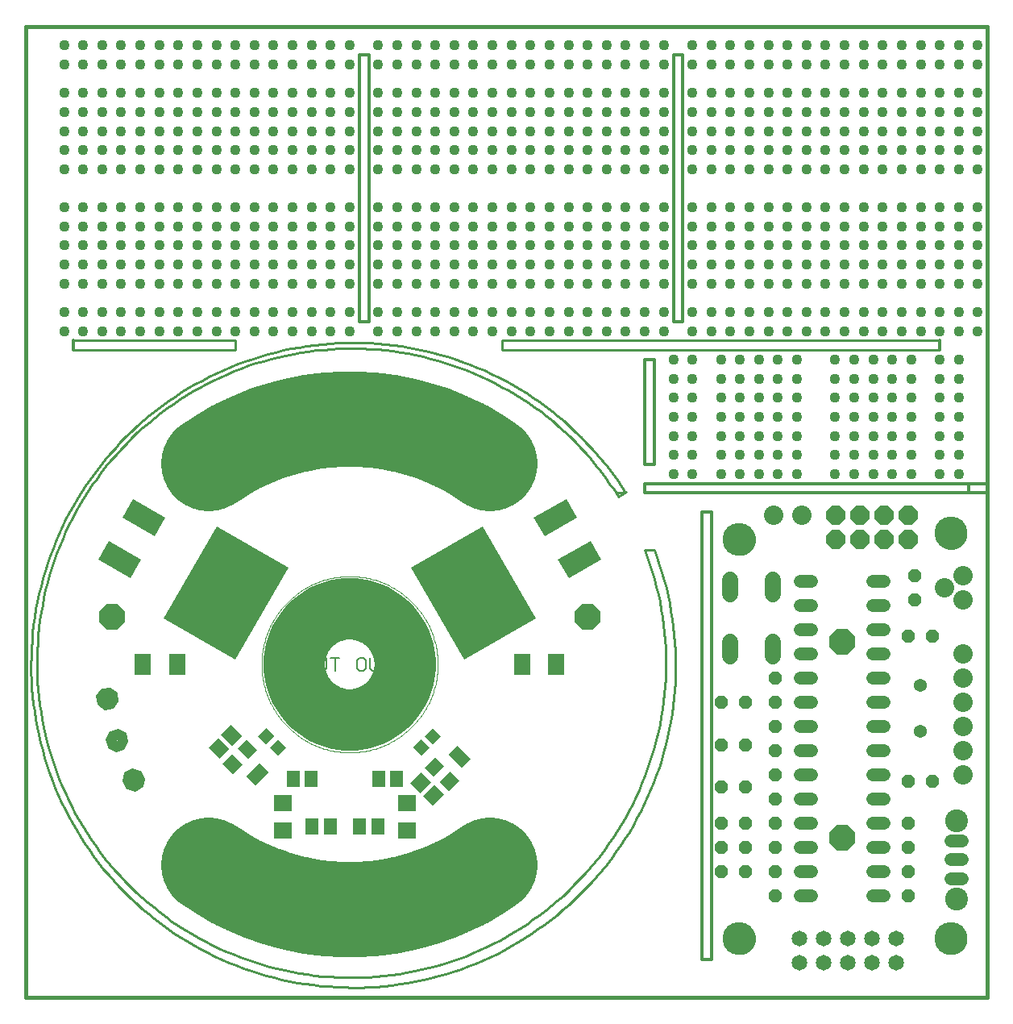
<source format=gts>
G75*
%MOIN*%
%OFA0B0*%
%FSLAX25Y25*%
%IPPOS*%
%LPD*%
%AMOC8*
5,1,8,0,0,1.08239X$1,22.5*
%
%ADD10C,0.00000*%
%ADD11C,0.00500*%
%ADD12C,0.00000*%
%ADD13C,0.39370*%
%ADD14C,0.25400*%
%ADD15C,0.01600*%
%ADD16C,0.01200*%
%ADD17C,0.01000*%
%ADD18R,0.43907X0.34065*%
%ADD19R,0.15600X0.08789*%
%ADD20R,0.04734X0.04852*%
%ADD21R,0.05718X0.06506*%
%ADD22R,0.06506X0.08868*%
%ADD23C,0.01820*%
%ADD24R,0.07687X0.05324*%
%ADD25R,0.05324X0.06112*%
%ADD26R,0.07698X0.06899*%
%ADD27OC8,0.10650*%
%ADD28OC8,0.05400*%
%ADD29C,0.05400*%
%ADD30C,0.13600*%
%ADD31C,0.08000*%
%ADD32OC8,0.08000*%
%ADD33C,0.06506*%
%ADD34C,0.05400*%
%ADD35OC8,0.10600*%
%ADD36C,0.05324*%
%ADD37C,0.09458*%
%ADD38C,0.06600*%
%ADD39C,0.04362*%
D10*
X0099241Y0163309D02*
X0099252Y0164203D01*
X0099285Y0165096D01*
X0099340Y0165988D01*
X0099416Y0166878D01*
X0099515Y0167767D01*
X0099635Y0168652D01*
X0099777Y0169535D01*
X0099941Y0170414D01*
X0100126Y0171288D01*
X0100332Y0172158D01*
X0100560Y0173022D01*
X0100809Y0173880D01*
X0101079Y0174732D01*
X0101370Y0175578D01*
X0101681Y0176415D01*
X0102013Y0177245D01*
X0102365Y0178067D01*
X0102737Y0178879D01*
X0103129Y0179682D01*
X0103541Y0180476D01*
X0103972Y0181259D01*
X0104422Y0182031D01*
X0104891Y0182792D01*
X0105378Y0183541D01*
X0105884Y0184278D01*
X0106408Y0185003D01*
X0106949Y0185714D01*
X0107507Y0186412D01*
X0108083Y0187096D01*
X0108675Y0187765D01*
X0109283Y0188420D01*
X0109907Y0189060D01*
X0110547Y0189684D01*
X0111202Y0190292D01*
X0111871Y0190884D01*
X0112555Y0191460D01*
X0113253Y0192018D01*
X0113964Y0192559D01*
X0114689Y0193083D01*
X0115426Y0193589D01*
X0116175Y0194076D01*
X0116936Y0194545D01*
X0117708Y0194995D01*
X0118491Y0195426D01*
X0119285Y0195838D01*
X0120088Y0196230D01*
X0120900Y0196602D01*
X0121722Y0196954D01*
X0122552Y0197286D01*
X0123389Y0197597D01*
X0124235Y0197888D01*
X0125087Y0198158D01*
X0125945Y0198407D01*
X0126809Y0198635D01*
X0127679Y0198841D01*
X0128553Y0199026D01*
X0129432Y0199190D01*
X0130315Y0199332D01*
X0131200Y0199452D01*
X0132089Y0199551D01*
X0132979Y0199627D01*
X0133871Y0199682D01*
X0134764Y0199715D01*
X0135658Y0199726D01*
X0136552Y0199715D01*
X0137445Y0199682D01*
X0138337Y0199627D01*
X0139227Y0199551D01*
X0140116Y0199452D01*
X0141001Y0199332D01*
X0141884Y0199190D01*
X0142763Y0199026D01*
X0143637Y0198841D01*
X0144507Y0198635D01*
X0145371Y0198407D01*
X0146229Y0198158D01*
X0147081Y0197888D01*
X0147927Y0197597D01*
X0148764Y0197286D01*
X0149594Y0196954D01*
X0150416Y0196602D01*
X0151228Y0196230D01*
X0152031Y0195838D01*
X0152825Y0195426D01*
X0153608Y0194995D01*
X0154380Y0194545D01*
X0155141Y0194076D01*
X0155890Y0193589D01*
X0156627Y0193083D01*
X0157352Y0192559D01*
X0158063Y0192018D01*
X0158761Y0191460D01*
X0159445Y0190884D01*
X0160114Y0190292D01*
X0160769Y0189684D01*
X0161409Y0189060D01*
X0162033Y0188420D01*
X0162641Y0187765D01*
X0163233Y0187096D01*
X0163809Y0186412D01*
X0164367Y0185714D01*
X0164908Y0185003D01*
X0165432Y0184278D01*
X0165938Y0183541D01*
X0166425Y0182792D01*
X0166894Y0182031D01*
X0167344Y0181259D01*
X0167775Y0180476D01*
X0168187Y0179682D01*
X0168579Y0178879D01*
X0168951Y0178067D01*
X0169303Y0177245D01*
X0169635Y0176415D01*
X0169946Y0175578D01*
X0170237Y0174732D01*
X0170507Y0173880D01*
X0170756Y0173022D01*
X0170984Y0172158D01*
X0171190Y0171288D01*
X0171375Y0170414D01*
X0171539Y0169535D01*
X0171681Y0168652D01*
X0171801Y0167767D01*
X0171900Y0166878D01*
X0171976Y0165988D01*
X0172031Y0165096D01*
X0172064Y0164203D01*
X0172075Y0163309D01*
X0172064Y0162415D01*
X0172031Y0161522D01*
X0171976Y0160630D01*
X0171900Y0159740D01*
X0171801Y0158851D01*
X0171681Y0157966D01*
X0171539Y0157083D01*
X0171375Y0156204D01*
X0171190Y0155330D01*
X0170984Y0154460D01*
X0170756Y0153596D01*
X0170507Y0152738D01*
X0170237Y0151886D01*
X0169946Y0151040D01*
X0169635Y0150203D01*
X0169303Y0149373D01*
X0168951Y0148551D01*
X0168579Y0147739D01*
X0168187Y0146936D01*
X0167775Y0146142D01*
X0167344Y0145359D01*
X0166894Y0144587D01*
X0166425Y0143826D01*
X0165938Y0143077D01*
X0165432Y0142340D01*
X0164908Y0141615D01*
X0164367Y0140904D01*
X0163809Y0140206D01*
X0163233Y0139522D01*
X0162641Y0138853D01*
X0162033Y0138198D01*
X0161409Y0137558D01*
X0160769Y0136934D01*
X0160114Y0136326D01*
X0159445Y0135734D01*
X0158761Y0135158D01*
X0158063Y0134600D01*
X0157352Y0134059D01*
X0156627Y0133535D01*
X0155890Y0133029D01*
X0155141Y0132542D01*
X0154380Y0132073D01*
X0153608Y0131623D01*
X0152825Y0131192D01*
X0152031Y0130780D01*
X0151228Y0130388D01*
X0150416Y0130016D01*
X0149594Y0129664D01*
X0148764Y0129332D01*
X0147927Y0129021D01*
X0147081Y0128730D01*
X0146229Y0128460D01*
X0145371Y0128211D01*
X0144507Y0127983D01*
X0143637Y0127777D01*
X0142763Y0127592D01*
X0141884Y0127428D01*
X0141001Y0127286D01*
X0140116Y0127166D01*
X0139227Y0127067D01*
X0138337Y0126991D01*
X0137445Y0126936D01*
X0136552Y0126903D01*
X0135658Y0126892D01*
X0134764Y0126903D01*
X0133871Y0126936D01*
X0132979Y0126991D01*
X0132089Y0127067D01*
X0131200Y0127166D01*
X0130315Y0127286D01*
X0129432Y0127428D01*
X0128553Y0127592D01*
X0127679Y0127777D01*
X0126809Y0127983D01*
X0125945Y0128211D01*
X0125087Y0128460D01*
X0124235Y0128730D01*
X0123389Y0129021D01*
X0122552Y0129332D01*
X0121722Y0129664D01*
X0120900Y0130016D01*
X0120088Y0130388D01*
X0119285Y0130780D01*
X0118491Y0131192D01*
X0117708Y0131623D01*
X0116936Y0132073D01*
X0116175Y0132542D01*
X0115426Y0133029D01*
X0114689Y0133535D01*
X0113964Y0134059D01*
X0113253Y0134600D01*
X0112555Y0135158D01*
X0111871Y0135734D01*
X0111202Y0136326D01*
X0110547Y0136934D01*
X0109907Y0137558D01*
X0109283Y0138198D01*
X0108675Y0138853D01*
X0108083Y0139522D01*
X0107507Y0140206D01*
X0106949Y0140904D01*
X0106408Y0141615D01*
X0105884Y0142340D01*
X0105378Y0143077D01*
X0104891Y0143826D01*
X0104422Y0144587D01*
X0103972Y0145359D01*
X0103541Y0146142D01*
X0103129Y0146936D01*
X0102737Y0147739D01*
X0102365Y0148551D01*
X0102013Y0149373D01*
X0101681Y0150203D01*
X0101370Y0151040D01*
X0101079Y0151886D01*
X0100809Y0152738D01*
X0100560Y0153596D01*
X0100332Y0154460D01*
X0100126Y0155330D01*
X0099941Y0156204D01*
X0099777Y0157083D01*
X0099635Y0157966D01*
X0099515Y0158851D01*
X0099416Y0159740D01*
X0099340Y0160630D01*
X0099285Y0161522D01*
X0099252Y0162415D01*
X0099241Y0163309D01*
D11*
X0116876Y0161508D02*
X0117778Y0160607D01*
X0119581Y0160607D01*
X0120483Y0161508D01*
X0122314Y0161508D02*
X0123216Y0160607D01*
X0125019Y0160607D01*
X0125921Y0161508D01*
X0125921Y0166017D01*
X0127752Y0166017D02*
X0131358Y0166017D01*
X0129555Y0166017D02*
X0129555Y0160607D01*
X0122314Y0161508D02*
X0122314Y0166017D01*
X0120483Y0165115D02*
X0119581Y0166017D01*
X0117778Y0166017D01*
X0116876Y0165115D01*
X0116876Y0161508D01*
X0138627Y0161508D02*
X0139529Y0160607D01*
X0141332Y0160607D01*
X0142234Y0161508D01*
X0142234Y0165115D01*
X0141332Y0166017D01*
X0139529Y0166017D01*
X0138627Y0165115D01*
X0138627Y0161508D01*
X0144065Y0161508D02*
X0144966Y0160607D01*
X0146770Y0160607D01*
X0147672Y0161508D01*
X0147672Y0166017D01*
X0149503Y0166017D02*
X0153109Y0166017D01*
X0151306Y0166017D02*
X0151306Y0160607D01*
X0144065Y0161508D02*
X0144065Y0166017D01*
X0144966Y0261985D02*
X0146770Y0261985D01*
X0147672Y0262886D01*
X0147672Y0267395D01*
X0149503Y0267395D02*
X0153109Y0267395D01*
X0151306Y0267395D02*
X0151306Y0261985D01*
X0144966Y0261985D02*
X0144065Y0262886D01*
X0144065Y0267395D01*
X0142234Y0266493D02*
X0142234Y0262886D01*
X0141332Y0261985D01*
X0139529Y0261985D01*
X0138627Y0262886D01*
X0138627Y0266493D01*
X0139529Y0267395D01*
X0141332Y0267395D01*
X0142234Y0266493D01*
X0131358Y0267395D02*
X0127752Y0267395D01*
X0129555Y0267395D02*
X0129555Y0261985D01*
X0125921Y0262886D02*
X0125921Y0267395D01*
X0122314Y0267395D02*
X0122314Y0262886D01*
X0123216Y0261985D01*
X0125019Y0261985D01*
X0125921Y0262886D01*
X0120483Y0262886D02*
X0119581Y0261985D01*
X0117778Y0261985D01*
X0116876Y0262886D01*
X0116876Y0266493D01*
X0117778Y0267395D01*
X0119581Y0267395D01*
X0120483Y0266493D01*
X0119581Y0064639D02*
X0117778Y0064639D01*
X0116876Y0063737D01*
X0116876Y0060130D01*
X0117778Y0059229D01*
X0119581Y0059229D01*
X0120483Y0060130D01*
X0122314Y0060130D02*
X0123216Y0059229D01*
X0125019Y0059229D01*
X0125921Y0060130D01*
X0125921Y0064639D01*
X0127752Y0064639D02*
X0131358Y0064639D01*
X0129555Y0064639D02*
X0129555Y0059229D01*
X0122314Y0060130D02*
X0122314Y0064639D01*
X0120483Y0063737D02*
X0119581Y0064639D01*
X0138627Y0063737D02*
X0138627Y0060130D01*
X0139529Y0059229D01*
X0141332Y0059229D01*
X0142234Y0060130D01*
X0142234Y0063737D01*
X0141332Y0064639D01*
X0139529Y0064639D01*
X0138627Y0063737D01*
X0144065Y0064639D02*
X0144065Y0060130D01*
X0144966Y0059229D01*
X0146770Y0059229D01*
X0147672Y0060130D01*
X0147672Y0064639D01*
X0149503Y0064639D02*
X0153109Y0064639D01*
X0151306Y0064639D02*
X0151306Y0059229D01*
D12*
X0187596Y0089134D02*
X0187812Y0089281D01*
X0188032Y0089424D01*
X0188255Y0089560D01*
X0188481Y0089692D01*
X0188710Y0089818D01*
X0188943Y0089938D01*
X0189178Y0090053D01*
X0189416Y0090162D01*
X0189656Y0090265D01*
X0189899Y0090362D01*
X0190144Y0090454D01*
X0190391Y0090539D01*
X0190640Y0090619D01*
X0190892Y0090692D01*
X0191144Y0090760D01*
X0191399Y0090821D01*
X0191655Y0090876D01*
X0191912Y0090925D01*
X0192170Y0090968D01*
X0192429Y0091004D01*
X0192689Y0091034D01*
X0192949Y0091058D01*
X0193210Y0091076D01*
X0193472Y0091087D01*
X0193733Y0091092D01*
X0193995Y0091090D01*
X0194256Y0091083D01*
X0194518Y0091069D01*
X0194779Y0091048D01*
X0195039Y0091022D01*
X0195298Y0090989D01*
X0195557Y0090949D01*
X0195815Y0090904D01*
X0196071Y0090852D01*
X0196326Y0090795D01*
X0196580Y0090731D01*
X0196832Y0090660D01*
X0197083Y0090584D01*
X0197331Y0090502D01*
X0197577Y0090414D01*
X0197821Y0090320D01*
X0198063Y0090220D01*
X0198303Y0090114D01*
X0198539Y0090003D01*
X0198773Y0089885D01*
X0199004Y0089763D01*
X0199232Y0089634D01*
X0199457Y0089500D01*
X0199678Y0089361D01*
X0199896Y0089217D01*
X0200111Y0089067D01*
X0200322Y0088912D01*
X0200529Y0088752D01*
X0200732Y0088587D01*
X0200931Y0088417D01*
X0201126Y0088243D01*
X0201317Y0088063D01*
X0201503Y0087880D01*
X0201685Y0087691D01*
X0201862Y0087499D01*
X0202034Y0087302D01*
X0202202Y0087101D01*
X0202365Y0086896D01*
X0202522Y0086688D01*
X0202675Y0086475D01*
X0202822Y0086259D01*
X0202965Y0086039D01*
X0203101Y0085816D01*
X0203233Y0085590D01*
X0203359Y0085361D01*
X0203479Y0085128D01*
X0203594Y0084893D01*
X0203703Y0084655D01*
X0203806Y0084415D01*
X0203903Y0084172D01*
X0203995Y0083927D01*
X0204080Y0083680D01*
X0204160Y0083431D01*
X0204233Y0083179D01*
X0204301Y0082927D01*
X0204362Y0082672D01*
X0204417Y0082416D01*
X0204466Y0082159D01*
X0204509Y0081901D01*
X0204545Y0081642D01*
X0204575Y0081382D01*
X0204599Y0081122D01*
X0204617Y0080861D01*
X0204628Y0080599D01*
X0204633Y0080338D01*
X0204631Y0080076D01*
X0204624Y0079815D01*
X0204610Y0079553D01*
X0204589Y0079292D01*
X0204563Y0079032D01*
X0204530Y0078773D01*
X0204490Y0078514D01*
X0204445Y0078256D01*
X0204393Y0078000D01*
X0204336Y0077745D01*
X0204272Y0077491D01*
X0204201Y0077239D01*
X0204125Y0076988D01*
X0204043Y0076740D01*
X0203955Y0076494D01*
X0203861Y0076250D01*
X0203761Y0076008D01*
X0203655Y0075768D01*
X0203544Y0075532D01*
X0203426Y0075298D01*
X0203304Y0075067D01*
X0203175Y0074839D01*
X0203041Y0074614D01*
X0202902Y0074393D01*
X0202758Y0074175D01*
X0202608Y0073960D01*
X0202453Y0073749D01*
X0202293Y0073542D01*
X0202128Y0073339D01*
X0201958Y0073140D01*
X0201784Y0072945D01*
X0201604Y0072754D01*
X0201421Y0072568D01*
X0201232Y0072386D01*
X0201040Y0072209D01*
X0200843Y0072037D01*
X0200642Y0071869D01*
X0200437Y0071706D01*
X0200229Y0071549D01*
X0200016Y0071396D01*
X0197751Y0069851D01*
X0195449Y0068362D01*
X0193112Y0066929D01*
X0190740Y0065554D01*
X0188335Y0064238D01*
X0185899Y0062980D01*
X0183433Y0061783D01*
X0180938Y0060646D01*
X0178416Y0059570D01*
X0175869Y0058557D01*
X0173297Y0057605D01*
X0170704Y0056717D01*
X0168089Y0055893D01*
X0165455Y0055133D01*
X0162803Y0054437D01*
X0160135Y0053806D01*
X0157452Y0053241D01*
X0154756Y0052741D01*
X0152049Y0052308D01*
X0149332Y0051940D01*
X0146607Y0051640D01*
X0143876Y0051405D01*
X0141139Y0051238D01*
X0138399Y0051137D01*
X0135658Y0051104D01*
X0132917Y0051137D01*
X0130177Y0051238D01*
X0127440Y0051405D01*
X0124709Y0051640D01*
X0121984Y0051940D01*
X0119267Y0052308D01*
X0116560Y0052741D01*
X0113864Y0053241D01*
X0111181Y0053806D01*
X0108513Y0054437D01*
X0105861Y0055133D01*
X0103227Y0055893D01*
X0100612Y0056717D01*
X0098019Y0057605D01*
X0095447Y0058557D01*
X0092900Y0059570D01*
X0090378Y0060646D01*
X0087883Y0061783D01*
X0085417Y0062980D01*
X0082981Y0064238D01*
X0080576Y0065554D01*
X0078204Y0066929D01*
X0075867Y0068362D01*
X0073565Y0069851D01*
X0071300Y0071396D01*
X0071087Y0071549D01*
X0070879Y0071706D01*
X0070674Y0071869D01*
X0070473Y0072037D01*
X0070276Y0072209D01*
X0070084Y0072386D01*
X0069895Y0072568D01*
X0069712Y0072754D01*
X0069532Y0072945D01*
X0069358Y0073140D01*
X0069188Y0073339D01*
X0069023Y0073542D01*
X0068863Y0073749D01*
X0068708Y0073960D01*
X0068558Y0074175D01*
X0068414Y0074393D01*
X0068275Y0074614D01*
X0068141Y0074839D01*
X0068012Y0075067D01*
X0067890Y0075298D01*
X0067772Y0075532D01*
X0067661Y0075768D01*
X0067555Y0076008D01*
X0067455Y0076250D01*
X0067361Y0076494D01*
X0067273Y0076740D01*
X0067191Y0076988D01*
X0067115Y0077239D01*
X0067044Y0077491D01*
X0066980Y0077745D01*
X0066923Y0078000D01*
X0066871Y0078256D01*
X0066826Y0078514D01*
X0066786Y0078773D01*
X0066753Y0079032D01*
X0066727Y0079292D01*
X0066706Y0079553D01*
X0066692Y0079815D01*
X0066685Y0080076D01*
X0066683Y0080338D01*
X0066688Y0080599D01*
X0066699Y0080861D01*
X0066717Y0081122D01*
X0066741Y0081382D01*
X0066771Y0081642D01*
X0066807Y0081901D01*
X0066850Y0082159D01*
X0066899Y0082416D01*
X0066954Y0082672D01*
X0067015Y0082927D01*
X0067083Y0083179D01*
X0067156Y0083431D01*
X0067236Y0083680D01*
X0067321Y0083927D01*
X0067413Y0084172D01*
X0067510Y0084415D01*
X0067613Y0084655D01*
X0067722Y0084893D01*
X0067837Y0085128D01*
X0067957Y0085361D01*
X0068083Y0085590D01*
X0068215Y0085816D01*
X0068351Y0086039D01*
X0068494Y0086259D01*
X0068641Y0086475D01*
X0068794Y0086688D01*
X0068951Y0086896D01*
X0069114Y0087101D01*
X0069282Y0087302D01*
X0069454Y0087499D01*
X0069631Y0087691D01*
X0069813Y0087880D01*
X0069999Y0088063D01*
X0070190Y0088243D01*
X0070385Y0088417D01*
X0070584Y0088587D01*
X0070787Y0088752D01*
X0070994Y0088912D01*
X0071205Y0089067D01*
X0071420Y0089217D01*
X0071638Y0089361D01*
X0071859Y0089500D01*
X0072084Y0089634D01*
X0072312Y0089763D01*
X0072543Y0089885D01*
X0072777Y0090003D01*
X0073013Y0090114D01*
X0073253Y0090220D01*
X0073495Y0090320D01*
X0073739Y0090414D01*
X0073985Y0090502D01*
X0074233Y0090584D01*
X0074484Y0090660D01*
X0074736Y0090731D01*
X0074990Y0090795D01*
X0075245Y0090852D01*
X0075501Y0090904D01*
X0075759Y0090949D01*
X0076018Y0090989D01*
X0076277Y0091022D01*
X0076537Y0091048D01*
X0076798Y0091069D01*
X0077060Y0091083D01*
X0077321Y0091090D01*
X0077583Y0091092D01*
X0077844Y0091087D01*
X0078106Y0091076D01*
X0078367Y0091058D01*
X0078627Y0091034D01*
X0078887Y0091004D01*
X0079146Y0090968D01*
X0079404Y0090925D01*
X0079661Y0090876D01*
X0079917Y0090821D01*
X0080172Y0090760D01*
X0080424Y0090692D01*
X0080676Y0090619D01*
X0080925Y0090539D01*
X0081172Y0090454D01*
X0081417Y0090362D01*
X0081660Y0090265D01*
X0081900Y0090162D01*
X0082138Y0090053D01*
X0082373Y0089938D01*
X0082606Y0089818D01*
X0082835Y0089692D01*
X0083061Y0089560D01*
X0083284Y0089424D01*
X0083504Y0089281D01*
X0083720Y0089134D01*
X0085548Y0087887D01*
X0087406Y0086685D01*
X0089292Y0085529D01*
X0091206Y0084420D01*
X0093147Y0083357D01*
X0095113Y0082342D01*
X0097103Y0081376D01*
X0099117Y0080458D01*
X0101152Y0079590D01*
X0103207Y0078772D01*
X0105283Y0078005D01*
X0107376Y0077288D01*
X0109486Y0076623D01*
X0111612Y0076009D01*
X0113752Y0075448D01*
X0115905Y0074939D01*
X0118070Y0074483D01*
X0120245Y0074079D01*
X0122430Y0073729D01*
X0124623Y0073433D01*
X0126822Y0073190D01*
X0129026Y0073001D01*
X0131235Y0072866D01*
X0133446Y0072785D01*
X0135658Y0072758D01*
X0137870Y0072785D01*
X0140081Y0072866D01*
X0142290Y0073001D01*
X0144494Y0073190D01*
X0146693Y0073433D01*
X0148886Y0073729D01*
X0151071Y0074079D01*
X0153246Y0074483D01*
X0155411Y0074939D01*
X0157564Y0075448D01*
X0159704Y0076009D01*
X0161830Y0076623D01*
X0163940Y0077288D01*
X0166033Y0078005D01*
X0168109Y0078772D01*
X0170164Y0079590D01*
X0172199Y0080458D01*
X0174213Y0081376D01*
X0176203Y0082342D01*
X0178169Y0083357D01*
X0180110Y0084420D01*
X0182024Y0085529D01*
X0183910Y0086685D01*
X0185768Y0087887D01*
X0187596Y0089134D01*
X0200016Y0255222D02*
X0197751Y0256767D01*
X0195449Y0258256D01*
X0193112Y0259689D01*
X0190740Y0261064D01*
X0188335Y0262380D01*
X0185899Y0263638D01*
X0183433Y0264835D01*
X0180938Y0265972D01*
X0178416Y0267048D01*
X0175869Y0268061D01*
X0173297Y0269013D01*
X0170704Y0269901D01*
X0168089Y0270725D01*
X0165455Y0271485D01*
X0162803Y0272181D01*
X0160135Y0272812D01*
X0157452Y0273377D01*
X0154756Y0273877D01*
X0152049Y0274310D01*
X0149332Y0274678D01*
X0146607Y0274978D01*
X0143876Y0275213D01*
X0141139Y0275380D01*
X0138399Y0275481D01*
X0135658Y0275514D01*
X0132917Y0275481D01*
X0130177Y0275380D01*
X0127440Y0275213D01*
X0124709Y0274978D01*
X0121984Y0274678D01*
X0119267Y0274310D01*
X0116560Y0273877D01*
X0113864Y0273377D01*
X0111181Y0272812D01*
X0108513Y0272181D01*
X0105861Y0271485D01*
X0103227Y0270725D01*
X0100612Y0269901D01*
X0098019Y0269013D01*
X0095447Y0268061D01*
X0092900Y0267048D01*
X0090378Y0265972D01*
X0087883Y0264835D01*
X0085417Y0263638D01*
X0082981Y0262380D01*
X0080576Y0261064D01*
X0078204Y0259689D01*
X0075867Y0258256D01*
X0073565Y0256767D01*
X0071300Y0255222D01*
X0071087Y0255069D01*
X0070879Y0254912D01*
X0070674Y0254749D01*
X0070473Y0254581D01*
X0070276Y0254409D01*
X0070084Y0254232D01*
X0069895Y0254050D01*
X0069712Y0253864D01*
X0069532Y0253673D01*
X0069358Y0253478D01*
X0069188Y0253279D01*
X0069023Y0253076D01*
X0068863Y0252869D01*
X0068708Y0252658D01*
X0068558Y0252443D01*
X0068414Y0252225D01*
X0068275Y0252004D01*
X0068141Y0251779D01*
X0068012Y0251551D01*
X0067890Y0251320D01*
X0067772Y0251086D01*
X0067661Y0250850D01*
X0067555Y0250610D01*
X0067455Y0250368D01*
X0067361Y0250124D01*
X0067273Y0249878D01*
X0067191Y0249630D01*
X0067115Y0249379D01*
X0067044Y0249127D01*
X0066980Y0248873D01*
X0066923Y0248618D01*
X0066871Y0248362D01*
X0066826Y0248104D01*
X0066786Y0247845D01*
X0066753Y0247586D01*
X0066727Y0247326D01*
X0066706Y0247065D01*
X0066692Y0246803D01*
X0066685Y0246542D01*
X0066683Y0246280D01*
X0066688Y0246019D01*
X0066699Y0245757D01*
X0066717Y0245496D01*
X0066741Y0245236D01*
X0066771Y0244976D01*
X0066807Y0244717D01*
X0066850Y0244459D01*
X0066899Y0244202D01*
X0066954Y0243946D01*
X0067015Y0243691D01*
X0067083Y0243439D01*
X0067156Y0243187D01*
X0067236Y0242938D01*
X0067321Y0242691D01*
X0067413Y0242446D01*
X0067510Y0242203D01*
X0067613Y0241963D01*
X0067722Y0241725D01*
X0067837Y0241490D01*
X0067957Y0241257D01*
X0068083Y0241028D01*
X0068215Y0240802D01*
X0068351Y0240579D01*
X0068494Y0240359D01*
X0068641Y0240143D01*
X0068794Y0239930D01*
X0068951Y0239722D01*
X0069114Y0239517D01*
X0069282Y0239316D01*
X0069454Y0239119D01*
X0069631Y0238927D01*
X0069813Y0238738D01*
X0069999Y0238555D01*
X0070190Y0238375D01*
X0070385Y0238201D01*
X0070584Y0238031D01*
X0070787Y0237866D01*
X0070994Y0237706D01*
X0071205Y0237551D01*
X0071420Y0237401D01*
X0071638Y0237257D01*
X0071859Y0237118D01*
X0072084Y0236984D01*
X0072312Y0236855D01*
X0072543Y0236733D01*
X0072777Y0236615D01*
X0073013Y0236504D01*
X0073253Y0236398D01*
X0073495Y0236298D01*
X0073739Y0236204D01*
X0073985Y0236116D01*
X0074233Y0236034D01*
X0074484Y0235958D01*
X0074736Y0235887D01*
X0074990Y0235823D01*
X0075245Y0235766D01*
X0075501Y0235714D01*
X0075759Y0235669D01*
X0076018Y0235629D01*
X0076277Y0235596D01*
X0076537Y0235570D01*
X0076798Y0235549D01*
X0077060Y0235535D01*
X0077321Y0235528D01*
X0077583Y0235526D01*
X0077844Y0235531D01*
X0078106Y0235542D01*
X0078367Y0235560D01*
X0078627Y0235584D01*
X0078887Y0235614D01*
X0079146Y0235650D01*
X0079404Y0235693D01*
X0079661Y0235742D01*
X0079917Y0235797D01*
X0080172Y0235858D01*
X0080424Y0235926D01*
X0080676Y0235999D01*
X0080925Y0236079D01*
X0081172Y0236164D01*
X0081417Y0236256D01*
X0081660Y0236353D01*
X0081900Y0236456D01*
X0082138Y0236565D01*
X0082373Y0236680D01*
X0082606Y0236800D01*
X0082835Y0236926D01*
X0083061Y0237058D01*
X0083284Y0237194D01*
X0083504Y0237337D01*
X0083720Y0237484D01*
X0085548Y0238731D01*
X0087406Y0239933D01*
X0089292Y0241089D01*
X0091206Y0242198D01*
X0093147Y0243261D01*
X0095113Y0244276D01*
X0097103Y0245242D01*
X0099117Y0246160D01*
X0101152Y0247028D01*
X0103207Y0247846D01*
X0105283Y0248613D01*
X0107376Y0249330D01*
X0109486Y0249995D01*
X0111612Y0250609D01*
X0113752Y0251170D01*
X0115905Y0251679D01*
X0118070Y0252135D01*
X0120245Y0252539D01*
X0122430Y0252889D01*
X0124623Y0253185D01*
X0126822Y0253428D01*
X0129026Y0253617D01*
X0131235Y0253752D01*
X0133446Y0253833D01*
X0135658Y0253860D01*
X0137870Y0253833D01*
X0140081Y0253752D01*
X0142290Y0253617D01*
X0144494Y0253428D01*
X0146693Y0253185D01*
X0148886Y0252889D01*
X0151071Y0252539D01*
X0153246Y0252135D01*
X0155411Y0251679D01*
X0157564Y0251170D01*
X0159704Y0250609D01*
X0161830Y0249995D01*
X0163940Y0249330D01*
X0166033Y0248613D01*
X0168109Y0247846D01*
X0170164Y0247028D01*
X0172199Y0246160D01*
X0174213Y0245242D01*
X0176203Y0244276D01*
X0178169Y0243261D01*
X0180110Y0242198D01*
X0182024Y0241089D01*
X0183910Y0239933D01*
X0185768Y0238731D01*
X0187596Y0237484D01*
X0187812Y0237337D01*
X0188032Y0237194D01*
X0188255Y0237058D01*
X0188481Y0236926D01*
X0188710Y0236800D01*
X0188943Y0236680D01*
X0189178Y0236565D01*
X0189416Y0236456D01*
X0189656Y0236353D01*
X0189899Y0236256D01*
X0190144Y0236164D01*
X0190391Y0236079D01*
X0190640Y0235999D01*
X0190892Y0235926D01*
X0191144Y0235858D01*
X0191399Y0235797D01*
X0191655Y0235742D01*
X0191912Y0235693D01*
X0192170Y0235650D01*
X0192429Y0235614D01*
X0192689Y0235584D01*
X0192949Y0235560D01*
X0193210Y0235542D01*
X0193472Y0235531D01*
X0193733Y0235526D01*
X0193995Y0235528D01*
X0194256Y0235535D01*
X0194518Y0235549D01*
X0194779Y0235570D01*
X0195039Y0235596D01*
X0195298Y0235629D01*
X0195557Y0235669D01*
X0195815Y0235714D01*
X0196071Y0235766D01*
X0196326Y0235823D01*
X0196580Y0235887D01*
X0196832Y0235958D01*
X0197083Y0236034D01*
X0197331Y0236116D01*
X0197577Y0236204D01*
X0197821Y0236298D01*
X0198063Y0236398D01*
X0198303Y0236504D01*
X0198539Y0236615D01*
X0198773Y0236733D01*
X0199004Y0236855D01*
X0199232Y0236984D01*
X0199457Y0237118D01*
X0199678Y0237257D01*
X0199896Y0237401D01*
X0200111Y0237551D01*
X0200322Y0237706D01*
X0200529Y0237866D01*
X0200732Y0238031D01*
X0200931Y0238201D01*
X0201126Y0238375D01*
X0201317Y0238555D01*
X0201503Y0238738D01*
X0201685Y0238927D01*
X0201862Y0239119D01*
X0202034Y0239316D01*
X0202202Y0239517D01*
X0202365Y0239722D01*
X0202522Y0239930D01*
X0202675Y0240143D01*
X0202822Y0240359D01*
X0202965Y0240579D01*
X0203101Y0240802D01*
X0203233Y0241028D01*
X0203359Y0241257D01*
X0203479Y0241490D01*
X0203594Y0241725D01*
X0203703Y0241963D01*
X0203806Y0242203D01*
X0203903Y0242446D01*
X0203995Y0242691D01*
X0204080Y0242938D01*
X0204160Y0243187D01*
X0204233Y0243439D01*
X0204301Y0243691D01*
X0204362Y0243946D01*
X0204417Y0244202D01*
X0204466Y0244459D01*
X0204509Y0244717D01*
X0204545Y0244976D01*
X0204575Y0245236D01*
X0204599Y0245496D01*
X0204617Y0245757D01*
X0204628Y0246019D01*
X0204633Y0246280D01*
X0204631Y0246542D01*
X0204624Y0246803D01*
X0204610Y0247065D01*
X0204589Y0247326D01*
X0204563Y0247586D01*
X0204530Y0247845D01*
X0204490Y0248104D01*
X0204445Y0248362D01*
X0204393Y0248618D01*
X0204336Y0248873D01*
X0204272Y0249127D01*
X0204201Y0249379D01*
X0204125Y0249630D01*
X0204043Y0249878D01*
X0203955Y0250124D01*
X0203861Y0250368D01*
X0203761Y0250610D01*
X0203655Y0250850D01*
X0203544Y0251086D01*
X0203426Y0251320D01*
X0203304Y0251551D01*
X0203175Y0251779D01*
X0203041Y0252004D01*
X0202902Y0252225D01*
X0202758Y0252443D01*
X0202608Y0252658D01*
X0202453Y0252869D01*
X0202293Y0253076D01*
X0202128Y0253279D01*
X0201958Y0253478D01*
X0201784Y0253673D01*
X0201604Y0253864D01*
X0201421Y0254050D01*
X0201232Y0254232D01*
X0201040Y0254409D01*
X0200843Y0254581D01*
X0200642Y0254749D01*
X0200437Y0254912D01*
X0200229Y0255069D01*
X0200016Y0255222D01*
X0290320Y0215002D02*
X0290322Y0215163D01*
X0290328Y0215323D01*
X0290338Y0215484D01*
X0290352Y0215644D01*
X0290370Y0215804D01*
X0290391Y0215963D01*
X0290417Y0216122D01*
X0290447Y0216280D01*
X0290480Y0216437D01*
X0290518Y0216594D01*
X0290559Y0216749D01*
X0290604Y0216903D01*
X0290653Y0217056D01*
X0290706Y0217208D01*
X0290762Y0217359D01*
X0290823Y0217508D01*
X0290886Y0217656D01*
X0290954Y0217802D01*
X0291025Y0217946D01*
X0291099Y0218088D01*
X0291177Y0218229D01*
X0291259Y0218367D01*
X0291344Y0218504D01*
X0291432Y0218638D01*
X0291524Y0218770D01*
X0291619Y0218900D01*
X0291717Y0219028D01*
X0291818Y0219153D01*
X0291922Y0219275D01*
X0292029Y0219395D01*
X0292139Y0219512D01*
X0292252Y0219627D01*
X0292368Y0219738D01*
X0292487Y0219847D01*
X0292608Y0219952D01*
X0292732Y0220055D01*
X0292858Y0220155D01*
X0292986Y0220251D01*
X0293117Y0220344D01*
X0293251Y0220434D01*
X0293386Y0220521D01*
X0293524Y0220604D01*
X0293663Y0220684D01*
X0293805Y0220760D01*
X0293948Y0220833D01*
X0294093Y0220902D01*
X0294240Y0220968D01*
X0294388Y0221030D01*
X0294538Y0221088D01*
X0294689Y0221143D01*
X0294842Y0221194D01*
X0294996Y0221241D01*
X0295151Y0221284D01*
X0295307Y0221323D01*
X0295463Y0221359D01*
X0295621Y0221390D01*
X0295779Y0221418D01*
X0295938Y0221442D01*
X0296098Y0221462D01*
X0296258Y0221478D01*
X0296418Y0221490D01*
X0296579Y0221498D01*
X0296740Y0221502D01*
X0296900Y0221502D01*
X0297061Y0221498D01*
X0297222Y0221490D01*
X0297382Y0221478D01*
X0297542Y0221462D01*
X0297702Y0221442D01*
X0297861Y0221418D01*
X0298019Y0221390D01*
X0298177Y0221359D01*
X0298333Y0221323D01*
X0298489Y0221284D01*
X0298644Y0221241D01*
X0298798Y0221194D01*
X0298951Y0221143D01*
X0299102Y0221088D01*
X0299252Y0221030D01*
X0299400Y0220968D01*
X0299547Y0220902D01*
X0299692Y0220833D01*
X0299835Y0220760D01*
X0299977Y0220684D01*
X0300116Y0220604D01*
X0300254Y0220521D01*
X0300389Y0220434D01*
X0300523Y0220344D01*
X0300654Y0220251D01*
X0300782Y0220155D01*
X0300908Y0220055D01*
X0301032Y0219952D01*
X0301153Y0219847D01*
X0301272Y0219738D01*
X0301388Y0219627D01*
X0301501Y0219512D01*
X0301611Y0219395D01*
X0301718Y0219275D01*
X0301822Y0219153D01*
X0301923Y0219028D01*
X0302021Y0218900D01*
X0302116Y0218770D01*
X0302208Y0218638D01*
X0302296Y0218504D01*
X0302381Y0218367D01*
X0302463Y0218229D01*
X0302541Y0218088D01*
X0302615Y0217946D01*
X0302686Y0217802D01*
X0302754Y0217656D01*
X0302817Y0217508D01*
X0302878Y0217359D01*
X0302934Y0217208D01*
X0302987Y0217056D01*
X0303036Y0216903D01*
X0303081Y0216749D01*
X0303122Y0216594D01*
X0303160Y0216437D01*
X0303193Y0216280D01*
X0303223Y0216122D01*
X0303249Y0215963D01*
X0303270Y0215804D01*
X0303288Y0215644D01*
X0303302Y0215484D01*
X0303312Y0215323D01*
X0303318Y0215163D01*
X0303320Y0215002D01*
X0303318Y0214841D01*
X0303312Y0214681D01*
X0303302Y0214520D01*
X0303288Y0214360D01*
X0303270Y0214200D01*
X0303249Y0214041D01*
X0303223Y0213882D01*
X0303193Y0213724D01*
X0303160Y0213567D01*
X0303122Y0213410D01*
X0303081Y0213255D01*
X0303036Y0213101D01*
X0302987Y0212948D01*
X0302934Y0212796D01*
X0302878Y0212645D01*
X0302817Y0212496D01*
X0302754Y0212348D01*
X0302686Y0212202D01*
X0302615Y0212058D01*
X0302541Y0211916D01*
X0302463Y0211775D01*
X0302381Y0211637D01*
X0302296Y0211500D01*
X0302208Y0211366D01*
X0302116Y0211234D01*
X0302021Y0211104D01*
X0301923Y0210976D01*
X0301822Y0210851D01*
X0301718Y0210729D01*
X0301611Y0210609D01*
X0301501Y0210492D01*
X0301388Y0210377D01*
X0301272Y0210266D01*
X0301153Y0210157D01*
X0301032Y0210052D01*
X0300908Y0209949D01*
X0300782Y0209849D01*
X0300654Y0209753D01*
X0300523Y0209660D01*
X0300389Y0209570D01*
X0300254Y0209483D01*
X0300116Y0209400D01*
X0299977Y0209320D01*
X0299835Y0209244D01*
X0299692Y0209171D01*
X0299547Y0209102D01*
X0299400Y0209036D01*
X0299252Y0208974D01*
X0299102Y0208916D01*
X0298951Y0208861D01*
X0298798Y0208810D01*
X0298644Y0208763D01*
X0298489Y0208720D01*
X0298333Y0208681D01*
X0298177Y0208645D01*
X0298019Y0208614D01*
X0297861Y0208586D01*
X0297702Y0208562D01*
X0297542Y0208542D01*
X0297382Y0208526D01*
X0297222Y0208514D01*
X0297061Y0208506D01*
X0296900Y0208502D01*
X0296740Y0208502D01*
X0296579Y0208506D01*
X0296418Y0208514D01*
X0296258Y0208526D01*
X0296098Y0208542D01*
X0295938Y0208562D01*
X0295779Y0208586D01*
X0295621Y0208614D01*
X0295463Y0208645D01*
X0295307Y0208681D01*
X0295151Y0208720D01*
X0294996Y0208763D01*
X0294842Y0208810D01*
X0294689Y0208861D01*
X0294538Y0208916D01*
X0294388Y0208974D01*
X0294240Y0209036D01*
X0294093Y0209102D01*
X0293948Y0209171D01*
X0293805Y0209244D01*
X0293663Y0209320D01*
X0293524Y0209400D01*
X0293386Y0209483D01*
X0293251Y0209570D01*
X0293117Y0209660D01*
X0292986Y0209753D01*
X0292858Y0209849D01*
X0292732Y0209949D01*
X0292608Y0210052D01*
X0292487Y0210157D01*
X0292368Y0210266D01*
X0292252Y0210377D01*
X0292139Y0210492D01*
X0292029Y0210609D01*
X0291922Y0210729D01*
X0291818Y0210851D01*
X0291717Y0210976D01*
X0291619Y0211104D01*
X0291524Y0211234D01*
X0291432Y0211366D01*
X0291344Y0211500D01*
X0291259Y0211637D01*
X0291177Y0211775D01*
X0291099Y0211916D01*
X0291025Y0212058D01*
X0290954Y0212202D01*
X0290886Y0212348D01*
X0290823Y0212496D01*
X0290762Y0212645D01*
X0290706Y0212796D01*
X0290653Y0212948D01*
X0290604Y0213101D01*
X0290559Y0213255D01*
X0290518Y0213410D01*
X0290480Y0213567D01*
X0290447Y0213724D01*
X0290417Y0213882D01*
X0290391Y0214041D01*
X0290370Y0214200D01*
X0290352Y0214360D01*
X0290338Y0214520D01*
X0290328Y0214681D01*
X0290322Y0214841D01*
X0290320Y0215002D01*
X0377820Y0217502D02*
X0377822Y0217663D01*
X0377828Y0217823D01*
X0377838Y0217984D01*
X0377852Y0218144D01*
X0377870Y0218304D01*
X0377891Y0218463D01*
X0377917Y0218622D01*
X0377947Y0218780D01*
X0377980Y0218937D01*
X0378018Y0219094D01*
X0378059Y0219249D01*
X0378104Y0219403D01*
X0378153Y0219556D01*
X0378206Y0219708D01*
X0378262Y0219859D01*
X0378323Y0220008D01*
X0378386Y0220156D01*
X0378454Y0220302D01*
X0378525Y0220446D01*
X0378599Y0220588D01*
X0378677Y0220729D01*
X0378759Y0220867D01*
X0378844Y0221004D01*
X0378932Y0221138D01*
X0379024Y0221270D01*
X0379119Y0221400D01*
X0379217Y0221528D01*
X0379318Y0221653D01*
X0379422Y0221775D01*
X0379529Y0221895D01*
X0379639Y0222012D01*
X0379752Y0222127D01*
X0379868Y0222238D01*
X0379987Y0222347D01*
X0380108Y0222452D01*
X0380232Y0222555D01*
X0380358Y0222655D01*
X0380486Y0222751D01*
X0380617Y0222844D01*
X0380751Y0222934D01*
X0380886Y0223021D01*
X0381024Y0223104D01*
X0381163Y0223184D01*
X0381305Y0223260D01*
X0381448Y0223333D01*
X0381593Y0223402D01*
X0381740Y0223468D01*
X0381888Y0223530D01*
X0382038Y0223588D01*
X0382189Y0223643D01*
X0382342Y0223694D01*
X0382496Y0223741D01*
X0382651Y0223784D01*
X0382807Y0223823D01*
X0382963Y0223859D01*
X0383121Y0223890D01*
X0383279Y0223918D01*
X0383438Y0223942D01*
X0383598Y0223962D01*
X0383758Y0223978D01*
X0383918Y0223990D01*
X0384079Y0223998D01*
X0384240Y0224002D01*
X0384400Y0224002D01*
X0384561Y0223998D01*
X0384722Y0223990D01*
X0384882Y0223978D01*
X0385042Y0223962D01*
X0385202Y0223942D01*
X0385361Y0223918D01*
X0385519Y0223890D01*
X0385677Y0223859D01*
X0385833Y0223823D01*
X0385989Y0223784D01*
X0386144Y0223741D01*
X0386298Y0223694D01*
X0386451Y0223643D01*
X0386602Y0223588D01*
X0386752Y0223530D01*
X0386900Y0223468D01*
X0387047Y0223402D01*
X0387192Y0223333D01*
X0387335Y0223260D01*
X0387477Y0223184D01*
X0387616Y0223104D01*
X0387754Y0223021D01*
X0387889Y0222934D01*
X0388023Y0222844D01*
X0388154Y0222751D01*
X0388282Y0222655D01*
X0388408Y0222555D01*
X0388532Y0222452D01*
X0388653Y0222347D01*
X0388772Y0222238D01*
X0388888Y0222127D01*
X0389001Y0222012D01*
X0389111Y0221895D01*
X0389218Y0221775D01*
X0389322Y0221653D01*
X0389423Y0221528D01*
X0389521Y0221400D01*
X0389616Y0221270D01*
X0389708Y0221138D01*
X0389796Y0221004D01*
X0389881Y0220867D01*
X0389963Y0220729D01*
X0390041Y0220588D01*
X0390115Y0220446D01*
X0390186Y0220302D01*
X0390254Y0220156D01*
X0390317Y0220008D01*
X0390378Y0219859D01*
X0390434Y0219708D01*
X0390487Y0219556D01*
X0390536Y0219403D01*
X0390581Y0219249D01*
X0390622Y0219094D01*
X0390660Y0218937D01*
X0390693Y0218780D01*
X0390723Y0218622D01*
X0390749Y0218463D01*
X0390770Y0218304D01*
X0390788Y0218144D01*
X0390802Y0217984D01*
X0390812Y0217823D01*
X0390818Y0217663D01*
X0390820Y0217502D01*
X0390818Y0217341D01*
X0390812Y0217181D01*
X0390802Y0217020D01*
X0390788Y0216860D01*
X0390770Y0216700D01*
X0390749Y0216541D01*
X0390723Y0216382D01*
X0390693Y0216224D01*
X0390660Y0216067D01*
X0390622Y0215910D01*
X0390581Y0215755D01*
X0390536Y0215601D01*
X0390487Y0215448D01*
X0390434Y0215296D01*
X0390378Y0215145D01*
X0390317Y0214996D01*
X0390254Y0214848D01*
X0390186Y0214702D01*
X0390115Y0214558D01*
X0390041Y0214416D01*
X0389963Y0214275D01*
X0389881Y0214137D01*
X0389796Y0214000D01*
X0389708Y0213866D01*
X0389616Y0213734D01*
X0389521Y0213604D01*
X0389423Y0213476D01*
X0389322Y0213351D01*
X0389218Y0213229D01*
X0389111Y0213109D01*
X0389001Y0212992D01*
X0388888Y0212877D01*
X0388772Y0212766D01*
X0388653Y0212657D01*
X0388532Y0212552D01*
X0388408Y0212449D01*
X0388282Y0212349D01*
X0388154Y0212253D01*
X0388023Y0212160D01*
X0387889Y0212070D01*
X0387754Y0211983D01*
X0387616Y0211900D01*
X0387477Y0211820D01*
X0387335Y0211744D01*
X0387192Y0211671D01*
X0387047Y0211602D01*
X0386900Y0211536D01*
X0386752Y0211474D01*
X0386602Y0211416D01*
X0386451Y0211361D01*
X0386298Y0211310D01*
X0386144Y0211263D01*
X0385989Y0211220D01*
X0385833Y0211181D01*
X0385677Y0211145D01*
X0385519Y0211114D01*
X0385361Y0211086D01*
X0385202Y0211062D01*
X0385042Y0211042D01*
X0384882Y0211026D01*
X0384722Y0211014D01*
X0384561Y0211006D01*
X0384400Y0211002D01*
X0384240Y0211002D01*
X0384079Y0211006D01*
X0383918Y0211014D01*
X0383758Y0211026D01*
X0383598Y0211042D01*
X0383438Y0211062D01*
X0383279Y0211086D01*
X0383121Y0211114D01*
X0382963Y0211145D01*
X0382807Y0211181D01*
X0382651Y0211220D01*
X0382496Y0211263D01*
X0382342Y0211310D01*
X0382189Y0211361D01*
X0382038Y0211416D01*
X0381888Y0211474D01*
X0381740Y0211536D01*
X0381593Y0211602D01*
X0381448Y0211671D01*
X0381305Y0211744D01*
X0381163Y0211820D01*
X0381024Y0211900D01*
X0380886Y0211983D01*
X0380751Y0212070D01*
X0380617Y0212160D01*
X0380486Y0212253D01*
X0380358Y0212349D01*
X0380232Y0212449D01*
X0380108Y0212552D01*
X0379987Y0212657D01*
X0379868Y0212766D01*
X0379752Y0212877D01*
X0379639Y0212992D01*
X0379529Y0213109D01*
X0379422Y0213229D01*
X0379318Y0213351D01*
X0379217Y0213476D01*
X0379119Y0213604D01*
X0379024Y0213734D01*
X0378932Y0213866D01*
X0378844Y0214000D01*
X0378759Y0214137D01*
X0378677Y0214275D01*
X0378599Y0214416D01*
X0378525Y0214558D01*
X0378454Y0214702D01*
X0378386Y0214848D01*
X0378323Y0214996D01*
X0378262Y0215145D01*
X0378206Y0215296D01*
X0378153Y0215448D01*
X0378104Y0215601D01*
X0378059Y0215755D01*
X0378018Y0215910D01*
X0377980Y0216067D01*
X0377947Y0216224D01*
X0377917Y0216382D01*
X0377891Y0216541D01*
X0377870Y0216700D01*
X0377852Y0216860D01*
X0377838Y0217020D01*
X0377828Y0217181D01*
X0377822Y0217341D01*
X0377820Y0217502D01*
X0377820Y0050002D02*
X0377822Y0050163D01*
X0377828Y0050323D01*
X0377838Y0050484D01*
X0377852Y0050644D01*
X0377870Y0050804D01*
X0377891Y0050963D01*
X0377917Y0051122D01*
X0377947Y0051280D01*
X0377980Y0051437D01*
X0378018Y0051594D01*
X0378059Y0051749D01*
X0378104Y0051903D01*
X0378153Y0052056D01*
X0378206Y0052208D01*
X0378262Y0052359D01*
X0378323Y0052508D01*
X0378386Y0052656D01*
X0378454Y0052802D01*
X0378525Y0052946D01*
X0378599Y0053088D01*
X0378677Y0053229D01*
X0378759Y0053367D01*
X0378844Y0053504D01*
X0378932Y0053638D01*
X0379024Y0053770D01*
X0379119Y0053900D01*
X0379217Y0054028D01*
X0379318Y0054153D01*
X0379422Y0054275D01*
X0379529Y0054395D01*
X0379639Y0054512D01*
X0379752Y0054627D01*
X0379868Y0054738D01*
X0379987Y0054847D01*
X0380108Y0054952D01*
X0380232Y0055055D01*
X0380358Y0055155D01*
X0380486Y0055251D01*
X0380617Y0055344D01*
X0380751Y0055434D01*
X0380886Y0055521D01*
X0381024Y0055604D01*
X0381163Y0055684D01*
X0381305Y0055760D01*
X0381448Y0055833D01*
X0381593Y0055902D01*
X0381740Y0055968D01*
X0381888Y0056030D01*
X0382038Y0056088D01*
X0382189Y0056143D01*
X0382342Y0056194D01*
X0382496Y0056241D01*
X0382651Y0056284D01*
X0382807Y0056323D01*
X0382963Y0056359D01*
X0383121Y0056390D01*
X0383279Y0056418D01*
X0383438Y0056442D01*
X0383598Y0056462D01*
X0383758Y0056478D01*
X0383918Y0056490D01*
X0384079Y0056498D01*
X0384240Y0056502D01*
X0384400Y0056502D01*
X0384561Y0056498D01*
X0384722Y0056490D01*
X0384882Y0056478D01*
X0385042Y0056462D01*
X0385202Y0056442D01*
X0385361Y0056418D01*
X0385519Y0056390D01*
X0385677Y0056359D01*
X0385833Y0056323D01*
X0385989Y0056284D01*
X0386144Y0056241D01*
X0386298Y0056194D01*
X0386451Y0056143D01*
X0386602Y0056088D01*
X0386752Y0056030D01*
X0386900Y0055968D01*
X0387047Y0055902D01*
X0387192Y0055833D01*
X0387335Y0055760D01*
X0387477Y0055684D01*
X0387616Y0055604D01*
X0387754Y0055521D01*
X0387889Y0055434D01*
X0388023Y0055344D01*
X0388154Y0055251D01*
X0388282Y0055155D01*
X0388408Y0055055D01*
X0388532Y0054952D01*
X0388653Y0054847D01*
X0388772Y0054738D01*
X0388888Y0054627D01*
X0389001Y0054512D01*
X0389111Y0054395D01*
X0389218Y0054275D01*
X0389322Y0054153D01*
X0389423Y0054028D01*
X0389521Y0053900D01*
X0389616Y0053770D01*
X0389708Y0053638D01*
X0389796Y0053504D01*
X0389881Y0053367D01*
X0389963Y0053229D01*
X0390041Y0053088D01*
X0390115Y0052946D01*
X0390186Y0052802D01*
X0390254Y0052656D01*
X0390317Y0052508D01*
X0390378Y0052359D01*
X0390434Y0052208D01*
X0390487Y0052056D01*
X0390536Y0051903D01*
X0390581Y0051749D01*
X0390622Y0051594D01*
X0390660Y0051437D01*
X0390693Y0051280D01*
X0390723Y0051122D01*
X0390749Y0050963D01*
X0390770Y0050804D01*
X0390788Y0050644D01*
X0390802Y0050484D01*
X0390812Y0050323D01*
X0390818Y0050163D01*
X0390820Y0050002D01*
X0390818Y0049841D01*
X0390812Y0049681D01*
X0390802Y0049520D01*
X0390788Y0049360D01*
X0390770Y0049200D01*
X0390749Y0049041D01*
X0390723Y0048882D01*
X0390693Y0048724D01*
X0390660Y0048567D01*
X0390622Y0048410D01*
X0390581Y0048255D01*
X0390536Y0048101D01*
X0390487Y0047948D01*
X0390434Y0047796D01*
X0390378Y0047645D01*
X0390317Y0047496D01*
X0390254Y0047348D01*
X0390186Y0047202D01*
X0390115Y0047058D01*
X0390041Y0046916D01*
X0389963Y0046775D01*
X0389881Y0046637D01*
X0389796Y0046500D01*
X0389708Y0046366D01*
X0389616Y0046234D01*
X0389521Y0046104D01*
X0389423Y0045976D01*
X0389322Y0045851D01*
X0389218Y0045729D01*
X0389111Y0045609D01*
X0389001Y0045492D01*
X0388888Y0045377D01*
X0388772Y0045266D01*
X0388653Y0045157D01*
X0388532Y0045052D01*
X0388408Y0044949D01*
X0388282Y0044849D01*
X0388154Y0044753D01*
X0388023Y0044660D01*
X0387889Y0044570D01*
X0387754Y0044483D01*
X0387616Y0044400D01*
X0387477Y0044320D01*
X0387335Y0044244D01*
X0387192Y0044171D01*
X0387047Y0044102D01*
X0386900Y0044036D01*
X0386752Y0043974D01*
X0386602Y0043916D01*
X0386451Y0043861D01*
X0386298Y0043810D01*
X0386144Y0043763D01*
X0385989Y0043720D01*
X0385833Y0043681D01*
X0385677Y0043645D01*
X0385519Y0043614D01*
X0385361Y0043586D01*
X0385202Y0043562D01*
X0385042Y0043542D01*
X0384882Y0043526D01*
X0384722Y0043514D01*
X0384561Y0043506D01*
X0384400Y0043502D01*
X0384240Y0043502D01*
X0384079Y0043506D01*
X0383918Y0043514D01*
X0383758Y0043526D01*
X0383598Y0043542D01*
X0383438Y0043562D01*
X0383279Y0043586D01*
X0383121Y0043614D01*
X0382963Y0043645D01*
X0382807Y0043681D01*
X0382651Y0043720D01*
X0382496Y0043763D01*
X0382342Y0043810D01*
X0382189Y0043861D01*
X0382038Y0043916D01*
X0381888Y0043974D01*
X0381740Y0044036D01*
X0381593Y0044102D01*
X0381448Y0044171D01*
X0381305Y0044244D01*
X0381163Y0044320D01*
X0381024Y0044400D01*
X0380886Y0044483D01*
X0380751Y0044570D01*
X0380617Y0044660D01*
X0380486Y0044753D01*
X0380358Y0044849D01*
X0380232Y0044949D01*
X0380108Y0045052D01*
X0379987Y0045157D01*
X0379868Y0045266D01*
X0379752Y0045377D01*
X0379639Y0045492D01*
X0379529Y0045609D01*
X0379422Y0045729D01*
X0379318Y0045851D01*
X0379217Y0045976D01*
X0379119Y0046104D01*
X0379024Y0046234D01*
X0378932Y0046366D01*
X0378844Y0046500D01*
X0378759Y0046637D01*
X0378677Y0046775D01*
X0378599Y0046916D01*
X0378525Y0047058D01*
X0378454Y0047202D01*
X0378386Y0047348D01*
X0378323Y0047496D01*
X0378262Y0047645D01*
X0378206Y0047796D01*
X0378153Y0047948D01*
X0378104Y0048101D01*
X0378059Y0048255D01*
X0378018Y0048410D01*
X0377980Y0048567D01*
X0377947Y0048724D01*
X0377917Y0048882D01*
X0377891Y0049041D01*
X0377870Y0049200D01*
X0377852Y0049360D01*
X0377838Y0049520D01*
X0377828Y0049681D01*
X0377822Y0049841D01*
X0377820Y0050002D01*
X0290320Y0050002D02*
X0290322Y0050163D01*
X0290328Y0050323D01*
X0290338Y0050484D01*
X0290352Y0050644D01*
X0290370Y0050804D01*
X0290391Y0050963D01*
X0290417Y0051122D01*
X0290447Y0051280D01*
X0290480Y0051437D01*
X0290518Y0051594D01*
X0290559Y0051749D01*
X0290604Y0051903D01*
X0290653Y0052056D01*
X0290706Y0052208D01*
X0290762Y0052359D01*
X0290823Y0052508D01*
X0290886Y0052656D01*
X0290954Y0052802D01*
X0291025Y0052946D01*
X0291099Y0053088D01*
X0291177Y0053229D01*
X0291259Y0053367D01*
X0291344Y0053504D01*
X0291432Y0053638D01*
X0291524Y0053770D01*
X0291619Y0053900D01*
X0291717Y0054028D01*
X0291818Y0054153D01*
X0291922Y0054275D01*
X0292029Y0054395D01*
X0292139Y0054512D01*
X0292252Y0054627D01*
X0292368Y0054738D01*
X0292487Y0054847D01*
X0292608Y0054952D01*
X0292732Y0055055D01*
X0292858Y0055155D01*
X0292986Y0055251D01*
X0293117Y0055344D01*
X0293251Y0055434D01*
X0293386Y0055521D01*
X0293524Y0055604D01*
X0293663Y0055684D01*
X0293805Y0055760D01*
X0293948Y0055833D01*
X0294093Y0055902D01*
X0294240Y0055968D01*
X0294388Y0056030D01*
X0294538Y0056088D01*
X0294689Y0056143D01*
X0294842Y0056194D01*
X0294996Y0056241D01*
X0295151Y0056284D01*
X0295307Y0056323D01*
X0295463Y0056359D01*
X0295621Y0056390D01*
X0295779Y0056418D01*
X0295938Y0056442D01*
X0296098Y0056462D01*
X0296258Y0056478D01*
X0296418Y0056490D01*
X0296579Y0056498D01*
X0296740Y0056502D01*
X0296900Y0056502D01*
X0297061Y0056498D01*
X0297222Y0056490D01*
X0297382Y0056478D01*
X0297542Y0056462D01*
X0297702Y0056442D01*
X0297861Y0056418D01*
X0298019Y0056390D01*
X0298177Y0056359D01*
X0298333Y0056323D01*
X0298489Y0056284D01*
X0298644Y0056241D01*
X0298798Y0056194D01*
X0298951Y0056143D01*
X0299102Y0056088D01*
X0299252Y0056030D01*
X0299400Y0055968D01*
X0299547Y0055902D01*
X0299692Y0055833D01*
X0299835Y0055760D01*
X0299977Y0055684D01*
X0300116Y0055604D01*
X0300254Y0055521D01*
X0300389Y0055434D01*
X0300523Y0055344D01*
X0300654Y0055251D01*
X0300782Y0055155D01*
X0300908Y0055055D01*
X0301032Y0054952D01*
X0301153Y0054847D01*
X0301272Y0054738D01*
X0301388Y0054627D01*
X0301501Y0054512D01*
X0301611Y0054395D01*
X0301718Y0054275D01*
X0301822Y0054153D01*
X0301923Y0054028D01*
X0302021Y0053900D01*
X0302116Y0053770D01*
X0302208Y0053638D01*
X0302296Y0053504D01*
X0302381Y0053367D01*
X0302463Y0053229D01*
X0302541Y0053088D01*
X0302615Y0052946D01*
X0302686Y0052802D01*
X0302754Y0052656D01*
X0302817Y0052508D01*
X0302878Y0052359D01*
X0302934Y0052208D01*
X0302987Y0052056D01*
X0303036Y0051903D01*
X0303081Y0051749D01*
X0303122Y0051594D01*
X0303160Y0051437D01*
X0303193Y0051280D01*
X0303223Y0051122D01*
X0303249Y0050963D01*
X0303270Y0050804D01*
X0303288Y0050644D01*
X0303302Y0050484D01*
X0303312Y0050323D01*
X0303318Y0050163D01*
X0303320Y0050002D01*
X0303318Y0049841D01*
X0303312Y0049681D01*
X0303302Y0049520D01*
X0303288Y0049360D01*
X0303270Y0049200D01*
X0303249Y0049041D01*
X0303223Y0048882D01*
X0303193Y0048724D01*
X0303160Y0048567D01*
X0303122Y0048410D01*
X0303081Y0048255D01*
X0303036Y0048101D01*
X0302987Y0047948D01*
X0302934Y0047796D01*
X0302878Y0047645D01*
X0302817Y0047496D01*
X0302754Y0047348D01*
X0302686Y0047202D01*
X0302615Y0047058D01*
X0302541Y0046916D01*
X0302463Y0046775D01*
X0302381Y0046637D01*
X0302296Y0046500D01*
X0302208Y0046366D01*
X0302116Y0046234D01*
X0302021Y0046104D01*
X0301923Y0045976D01*
X0301822Y0045851D01*
X0301718Y0045729D01*
X0301611Y0045609D01*
X0301501Y0045492D01*
X0301388Y0045377D01*
X0301272Y0045266D01*
X0301153Y0045157D01*
X0301032Y0045052D01*
X0300908Y0044949D01*
X0300782Y0044849D01*
X0300654Y0044753D01*
X0300523Y0044660D01*
X0300389Y0044570D01*
X0300254Y0044483D01*
X0300116Y0044400D01*
X0299977Y0044320D01*
X0299835Y0044244D01*
X0299692Y0044171D01*
X0299547Y0044102D01*
X0299400Y0044036D01*
X0299252Y0043974D01*
X0299102Y0043916D01*
X0298951Y0043861D01*
X0298798Y0043810D01*
X0298644Y0043763D01*
X0298489Y0043720D01*
X0298333Y0043681D01*
X0298177Y0043645D01*
X0298019Y0043614D01*
X0297861Y0043586D01*
X0297702Y0043562D01*
X0297542Y0043542D01*
X0297382Y0043526D01*
X0297222Y0043514D01*
X0297061Y0043506D01*
X0296900Y0043502D01*
X0296740Y0043502D01*
X0296579Y0043506D01*
X0296418Y0043514D01*
X0296258Y0043526D01*
X0296098Y0043542D01*
X0295938Y0043562D01*
X0295779Y0043586D01*
X0295621Y0043614D01*
X0295463Y0043645D01*
X0295307Y0043681D01*
X0295151Y0043720D01*
X0294996Y0043763D01*
X0294842Y0043810D01*
X0294689Y0043861D01*
X0294538Y0043916D01*
X0294388Y0043974D01*
X0294240Y0044036D01*
X0294093Y0044102D01*
X0293948Y0044171D01*
X0293805Y0044244D01*
X0293663Y0044320D01*
X0293524Y0044400D01*
X0293386Y0044483D01*
X0293251Y0044570D01*
X0293117Y0044660D01*
X0292986Y0044753D01*
X0292858Y0044849D01*
X0292732Y0044949D01*
X0292608Y0045052D01*
X0292487Y0045157D01*
X0292368Y0045266D01*
X0292252Y0045377D01*
X0292139Y0045492D01*
X0292029Y0045609D01*
X0291922Y0045729D01*
X0291818Y0045851D01*
X0291717Y0045976D01*
X0291619Y0046104D01*
X0291524Y0046234D01*
X0291432Y0046366D01*
X0291344Y0046500D01*
X0291259Y0046637D01*
X0291177Y0046775D01*
X0291099Y0046916D01*
X0291025Y0047058D01*
X0290954Y0047202D01*
X0290886Y0047348D01*
X0290823Y0047496D01*
X0290762Y0047645D01*
X0290706Y0047796D01*
X0290653Y0047948D01*
X0290604Y0048101D01*
X0290559Y0048255D01*
X0290518Y0048410D01*
X0290480Y0048567D01*
X0290447Y0048724D01*
X0290417Y0048882D01*
X0290391Y0049041D01*
X0290370Y0049200D01*
X0290352Y0049360D01*
X0290338Y0049520D01*
X0290328Y0049681D01*
X0290322Y0049841D01*
X0290320Y0050002D01*
D13*
X0193806Y0080265D02*
X0191760Y0078869D01*
X0189680Y0077524D01*
X0187568Y0076229D01*
X0185425Y0074987D01*
X0183252Y0073798D01*
X0181051Y0072661D01*
X0178823Y0071579D01*
X0176569Y0070552D01*
X0174290Y0069580D01*
X0171989Y0068664D01*
X0169665Y0067805D01*
X0167322Y0067003D01*
X0164959Y0066258D01*
X0162580Y0065571D01*
X0160184Y0064942D01*
X0157773Y0064373D01*
X0155349Y0063862D01*
X0152913Y0063410D01*
X0150468Y0063019D01*
X0148013Y0062687D01*
X0145551Y0062415D01*
X0143083Y0062203D01*
X0140610Y0062052D01*
X0138135Y0061961D01*
X0135658Y0061931D01*
X0133181Y0061961D01*
X0130706Y0062052D01*
X0128233Y0062203D01*
X0125765Y0062415D01*
X0123303Y0062687D01*
X0120848Y0063019D01*
X0118403Y0063410D01*
X0115967Y0063862D01*
X0113543Y0064373D01*
X0111132Y0064942D01*
X0108736Y0065571D01*
X0106357Y0066258D01*
X0103994Y0067003D01*
X0101651Y0067805D01*
X0099327Y0068664D01*
X0097026Y0069580D01*
X0094747Y0070552D01*
X0092493Y0071579D01*
X0090265Y0072661D01*
X0088064Y0073798D01*
X0085891Y0074987D01*
X0083748Y0076229D01*
X0081636Y0077524D01*
X0079556Y0078869D01*
X0077510Y0080265D01*
X0077510Y0246353D02*
X0079556Y0247749D01*
X0081636Y0249094D01*
X0083748Y0250389D01*
X0085891Y0251631D01*
X0088064Y0252820D01*
X0090265Y0253957D01*
X0092493Y0255039D01*
X0094747Y0256066D01*
X0097026Y0257038D01*
X0099327Y0257954D01*
X0101651Y0258813D01*
X0103994Y0259615D01*
X0106357Y0260360D01*
X0108736Y0261047D01*
X0111132Y0261676D01*
X0113543Y0262245D01*
X0115967Y0262756D01*
X0118403Y0263208D01*
X0120848Y0263599D01*
X0123303Y0263931D01*
X0125765Y0264203D01*
X0128233Y0264415D01*
X0130706Y0264566D01*
X0133181Y0264657D01*
X0135658Y0264687D01*
X0138135Y0264657D01*
X0140610Y0264566D01*
X0143083Y0264415D01*
X0145551Y0264203D01*
X0148013Y0263931D01*
X0150468Y0263599D01*
X0152913Y0263208D01*
X0155349Y0262756D01*
X0157773Y0262245D01*
X0160184Y0261676D01*
X0162580Y0261047D01*
X0164959Y0260360D01*
X0167322Y0259615D01*
X0169665Y0258813D01*
X0171989Y0257954D01*
X0174290Y0257038D01*
X0176569Y0256066D01*
X0178823Y0255039D01*
X0181051Y0253957D01*
X0183252Y0252820D01*
X0185425Y0251631D01*
X0187568Y0250389D01*
X0189680Y0249094D01*
X0191760Y0247749D01*
X0193806Y0246353D01*
D14*
X0112702Y0163309D02*
X0112709Y0163872D01*
X0112730Y0164435D01*
X0112764Y0164998D01*
X0112813Y0165559D01*
X0112875Y0166119D01*
X0112950Y0166677D01*
X0113040Y0167234D01*
X0113143Y0167787D01*
X0113260Y0168339D01*
X0113390Y0168887D01*
X0113534Y0169432D01*
X0113690Y0169973D01*
X0113861Y0170510D01*
X0114044Y0171043D01*
X0114240Y0171571D01*
X0114449Y0172094D01*
X0114671Y0172612D01*
X0114906Y0173124D01*
X0115153Y0173630D01*
X0115413Y0174130D01*
X0115684Y0174624D01*
X0115968Y0175111D01*
X0116264Y0175590D01*
X0116571Y0176063D01*
X0116890Y0176527D01*
X0117220Y0176984D01*
X0117561Y0177432D01*
X0117913Y0177872D01*
X0118276Y0178303D01*
X0118649Y0178725D01*
X0119032Y0179138D01*
X0119426Y0179541D01*
X0119829Y0179935D01*
X0120242Y0180318D01*
X0120664Y0180691D01*
X0121095Y0181054D01*
X0121535Y0181406D01*
X0121983Y0181747D01*
X0122440Y0182077D01*
X0122904Y0182396D01*
X0123377Y0182703D01*
X0123856Y0182999D01*
X0124343Y0183283D01*
X0124837Y0183554D01*
X0125337Y0183814D01*
X0125843Y0184061D01*
X0126355Y0184296D01*
X0126873Y0184518D01*
X0127396Y0184727D01*
X0127924Y0184923D01*
X0128457Y0185106D01*
X0128994Y0185277D01*
X0129535Y0185433D01*
X0130080Y0185577D01*
X0130628Y0185707D01*
X0131180Y0185824D01*
X0131733Y0185927D01*
X0132290Y0186017D01*
X0132848Y0186092D01*
X0133408Y0186154D01*
X0133969Y0186203D01*
X0134532Y0186237D01*
X0135095Y0186258D01*
X0135658Y0186265D01*
X0136221Y0186258D01*
X0136784Y0186237D01*
X0137347Y0186203D01*
X0137908Y0186154D01*
X0138468Y0186092D01*
X0139026Y0186017D01*
X0139583Y0185927D01*
X0140136Y0185824D01*
X0140688Y0185707D01*
X0141236Y0185577D01*
X0141781Y0185433D01*
X0142322Y0185277D01*
X0142859Y0185106D01*
X0143392Y0184923D01*
X0143920Y0184727D01*
X0144443Y0184518D01*
X0144961Y0184296D01*
X0145473Y0184061D01*
X0145979Y0183814D01*
X0146479Y0183554D01*
X0146973Y0183283D01*
X0147460Y0182999D01*
X0147939Y0182703D01*
X0148412Y0182396D01*
X0148876Y0182077D01*
X0149333Y0181747D01*
X0149781Y0181406D01*
X0150221Y0181054D01*
X0150652Y0180691D01*
X0151074Y0180318D01*
X0151487Y0179935D01*
X0151890Y0179541D01*
X0152284Y0179138D01*
X0152667Y0178725D01*
X0153040Y0178303D01*
X0153403Y0177872D01*
X0153755Y0177432D01*
X0154096Y0176984D01*
X0154426Y0176527D01*
X0154745Y0176063D01*
X0155052Y0175590D01*
X0155348Y0175111D01*
X0155632Y0174624D01*
X0155903Y0174130D01*
X0156163Y0173630D01*
X0156410Y0173124D01*
X0156645Y0172612D01*
X0156867Y0172094D01*
X0157076Y0171571D01*
X0157272Y0171043D01*
X0157455Y0170510D01*
X0157626Y0169973D01*
X0157782Y0169432D01*
X0157926Y0168887D01*
X0158056Y0168339D01*
X0158173Y0167787D01*
X0158276Y0167234D01*
X0158366Y0166677D01*
X0158441Y0166119D01*
X0158503Y0165559D01*
X0158552Y0164998D01*
X0158586Y0164435D01*
X0158607Y0163872D01*
X0158614Y0163309D01*
X0158607Y0162746D01*
X0158586Y0162183D01*
X0158552Y0161620D01*
X0158503Y0161059D01*
X0158441Y0160499D01*
X0158366Y0159941D01*
X0158276Y0159384D01*
X0158173Y0158831D01*
X0158056Y0158279D01*
X0157926Y0157731D01*
X0157782Y0157186D01*
X0157626Y0156645D01*
X0157455Y0156108D01*
X0157272Y0155575D01*
X0157076Y0155047D01*
X0156867Y0154524D01*
X0156645Y0154006D01*
X0156410Y0153494D01*
X0156163Y0152988D01*
X0155903Y0152488D01*
X0155632Y0151994D01*
X0155348Y0151507D01*
X0155052Y0151028D01*
X0154745Y0150555D01*
X0154426Y0150091D01*
X0154096Y0149634D01*
X0153755Y0149186D01*
X0153403Y0148746D01*
X0153040Y0148315D01*
X0152667Y0147893D01*
X0152284Y0147480D01*
X0151890Y0147077D01*
X0151487Y0146683D01*
X0151074Y0146300D01*
X0150652Y0145927D01*
X0150221Y0145564D01*
X0149781Y0145212D01*
X0149333Y0144871D01*
X0148876Y0144541D01*
X0148412Y0144222D01*
X0147939Y0143915D01*
X0147460Y0143619D01*
X0146973Y0143335D01*
X0146479Y0143064D01*
X0145979Y0142804D01*
X0145473Y0142557D01*
X0144961Y0142322D01*
X0144443Y0142100D01*
X0143920Y0141891D01*
X0143392Y0141695D01*
X0142859Y0141512D01*
X0142322Y0141341D01*
X0141781Y0141185D01*
X0141236Y0141041D01*
X0140688Y0140911D01*
X0140136Y0140794D01*
X0139583Y0140691D01*
X0139026Y0140601D01*
X0138468Y0140526D01*
X0137908Y0140464D01*
X0137347Y0140415D01*
X0136784Y0140381D01*
X0136221Y0140360D01*
X0135658Y0140353D01*
X0135095Y0140360D01*
X0134532Y0140381D01*
X0133969Y0140415D01*
X0133408Y0140464D01*
X0132848Y0140526D01*
X0132290Y0140601D01*
X0131733Y0140691D01*
X0131180Y0140794D01*
X0130628Y0140911D01*
X0130080Y0141041D01*
X0129535Y0141185D01*
X0128994Y0141341D01*
X0128457Y0141512D01*
X0127924Y0141695D01*
X0127396Y0141891D01*
X0126873Y0142100D01*
X0126355Y0142322D01*
X0125843Y0142557D01*
X0125337Y0142804D01*
X0124837Y0143064D01*
X0124343Y0143335D01*
X0123856Y0143619D01*
X0123377Y0143915D01*
X0122904Y0144222D01*
X0122440Y0144541D01*
X0121983Y0144871D01*
X0121535Y0145212D01*
X0121095Y0145564D01*
X0120664Y0145927D01*
X0120242Y0146300D01*
X0119829Y0146683D01*
X0119426Y0147077D01*
X0119032Y0147480D01*
X0118649Y0147893D01*
X0118276Y0148315D01*
X0117913Y0148746D01*
X0117561Y0149186D01*
X0117220Y0149634D01*
X0116890Y0150091D01*
X0116571Y0150555D01*
X0116264Y0151028D01*
X0115968Y0151507D01*
X0115684Y0151994D01*
X0115413Y0152488D01*
X0115153Y0152988D01*
X0114906Y0153494D01*
X0114671Y0154006D01*
X0114449Y0154524D01*
X0114240Y0155047D01*
X0114044Y0155575D01*
X0113861Y0156108D01*
X0113690Y0156645D01*
X0113534Y0157186D01*
X0113390Y0157731D01*
X0113260Y0158279D01*
X0113143Y0158831D01*
X0113040Y0159384D01*
X0112950Y0159941D01*
X0112875Y0160499D01*
X0112813Y0161059D01*
X0112764Y0161620D01*
X0112730Y0162183D01*
X0112709Y0162746D01*
X0112702Y0163309D01*
D15*
X0001800Y0025514D02*
X0399438Y0025514D01*
X0399438Y0234176D01*
X0399438Y0238113D01*
X0399438Y0427089D01*
X0001800Y0427089D01*
X0001800Y0025514D01*
D16*
X0257706Y0234176D02*
X0257706Y0238113D01*
X0391564Y0238113D01*
X0391564Y0234176D01*
X0399438Y0234176D01*
X0399438Y0238113D02*
X0391564Y0238113D01*
X0391564Y0234176D02*
X0257706Y0234176D01*
X0257706Y0245987D02*
X0261643Y0245987D01*
X0261643Y0289294D01*
X0257706Y0289294D01*
X0257706Y0245987D01*
X0281328Y0226302D02*
X0281328Y0041262D01*
X0285265Y0041262D01*
X0285265Y0226302D01*
X0281328Y0226302D01*
X0273454Y0305042D02*
X0269517Y0305042D01*
X0269517Y0415278D01*
X0273454Y0415278D01*
X0273454Y0305042D01*
X0379753Y0297168D02*
X0379753Y0293231D01*
X0143532Y0305042D02*
X0139595Y0305042D01*
X0139595Y0415278D01*
X0143532Y0415278D01*
X0143532Y0305042D01*
X0021485Y0297168D02*
X0021485Y0293231D01*
D17*
X0088414Y0293231D01*
X0088414Y0297168D01*
X0021485Y0297168D01*
X0246605Y0232818D02*
X0244886Y0235496D01*
X0243103Y0238130D01*
X0241256Y0240720D01*
X0239346Y0243264D01*
X0237375Y0245761D01*
X0235343Y0248208D01*
X0233252Y0250605D01*
X0231102Y0252951D01*
X0228896Y0255242D01*
X0226635Y0257480D01*
X0224320Y0259661D01*
X0221951Y0261785D01*
X0219532Y0263851D01*
X0217063Y0265856D01*
X0214546Y0267801D01*
X0211981Y0269684D01*
X0209372Y0271503D01*
X0206718Y0273258D01*
X0204023Y0274947D01*
X0201287Y0276570D01*
X0198512Y0278126D01*
X0195700Y0279613D01*
X0192852Y0281031D01*
X0189971Y0282379D01*
X0187058Y0283656D01*
X0184114Y0284861D01*
X0181141Y0285994D01*
X0178142Y0287054D01*
X0175117Y0288040D01*
X0172070Y0288952D01*
X0169001Y0289790D01*
X0165912Y0290551D01*
X0162806Y0291237D01*
X0159684Y0291847D01*
X0156548Y0292381D01*
X0153400Y0292837D01*
X0150241Y0293216D01*
X0147074Y0293518D01*
X0143901Y0293743D01*
X0140724Y0293889D01*
X0137543Y0293958D01*
X0134362Y0293949D01*
X0131182Y0293863D01*
X0128005Y0293698D01*
X0124833Y0293456D01*
X0121668Y0293136D01*
X0118512Y0292739D01*
X0115367Y0292265D01*
X0112234Y0291714D01*
X0109115Y0291087D01*
X0106013Y0290383D01*
X0102928Y0289604D01*
X0099864Y0288750D01*
X0096822Y0287821D01*
X0093803Y0286818D01*
X0090810Y0285741D01*
X0087843Y0284591D01*
X0084906Y0283370D01*
X0082000Y0282076D01*
X0079126Y0280712D01*
X0076287Y0279278D01*
X0073483Y0277775D01*
X0070717Y0276204D01*
X0067990Y0274566D01*
X0065304Y0272861D01*
X0062661Y0271092D01*
X0060061Y0269258D01*
X0057508Y0267361D01*
X0055001Y0265402D01*
X0052543Y0263383D01*
X0050135Y0261304D01*
X0047779Y0259166D01*
X0045476Y0256972D01*
X0043227Y0254722D01*
X0041034Y0252418D01*
X0038898Y0250061D01*
X0036820Y0247652D01*
X0034802Y0245193D01*
X0032845Y0242685D01*
X0030949Y0240131D01*
X0029117Y0237530D01*
X0027348Y0234886D01*
X0025645Y0232199D01*
X0024008Y0229472D01*
X0022439Y0226705D01*
X0020937Y0223900D01*
X0019505Y0221060D01*
X0018142Y0218185D01*
X0016850Y0215278D01*
X0015630Y0212341D01*
X0014482Y0209374D01*
X0013406Y0206380D01*
X0012405Y0203361D01*
X0011477Y0200318D01*
X0010625Y0197253D01*
X0009847Y0194169D01*
X0009145Y0191066D01*
X0008519Y0187947D01*
X0007970Y0184814D01*
X0007498Y0181668D01*
X0007102Y0178511D01*
X0006784Y0175346D01*
X0006544Y0172174D01*
X0006381Y0168997D01*
X0006296Y0165817D01*
X0006288Y0162636D01*
X0006359Y0159456D01*
X0006507Y0156278D01*
X0006733Y0153105D01*
X0007037Y0149939D01*
X0007418Y0146780D01*
X0007876Y0143632D01*
X0008411Y0140497D01*
X0009022Y0137375D01*
X0009710Y0134269D01*
X0010473Y0131181D01*
X0011312Y0128112D01*
X0012226Y0125065D01*
X0013213Y0122041D01*
X0014275Y0119042D01*
X0015409Y0116070D01*
X0016616Y0113127D01*
X0017895Y0110214D01*
X0019244Y0107334D01*
X0020664Y0104487D01*
X0022152Y0101675D01*
X0023709Y0098901D01*
X0025334Y0096166D01*
X0027024Y0093472D01*
X0028781Y0090819D01*
X0030601Y0088211D01*
X0032485Y0085647D01*
X0034431Y0083131D01*
X0036438Y0080663D01*
X0038505Y0078244D01*
X0040630Y0075877D01*
X0042812Y0073563D01*
X0045051Y0071303D01*
X0047344Y0069098D01*
X0049690Y0066950D01*
X0052089Y0064860D01*
X0054537Y0062829D01*
X0057035Y0060859D01*
X0059580Y0058950D01*
X0062171Y0057105D01*
X0064806Y0055323D01*
X0067484Y0053606D01*
X0070203Y0051955D01*
X0072962Y0050372D01*
X0075759Y0048856D01*
X0078592Y0047409D01*
X0081459Y0046032D01*
X0084360Y0044725D01*
X0087291Y0043490D01*
X0090252Y0042327D01*
X0093241Y0041236D01*
X0096255Y0040219D01*
X0099293Y0039276D01*
X0102353Y0038408D01*
X0105434Y0037615D01*
X0108533Y0036897D01*
X0111649Y0036255D01*
X0114779Y0035690D01*
X0117922Y0035202D01*
X0121077Y0034790D01*
X0124240Y0034456D01*
X0127411Y0034199D01*
X0130587Y0034020D01*
X0133767Y0033919D01*
X0136948Y0033896D01*
X0140128Y0033950D01*
X0143307Y0034082D01*
X0146481Y0034292D01*
X0149649Y0034579D01*
X0152809Y0034944D01*
X0155959Y0035386D01*
X0159098Y0035905D01*
X0162223Y0036501D01*
X0165332Y0037172D01*
X0168424Y0037920D01*
X0171497Y0038743D01*
X0174549Y0039641D01*
X0177577Y0040614D01*
X0180582Y0041660D01*
X0183559Y0042779D01*
X0186509Y0043971D01*
X0189428Y0045235D01*
X0192316Y0046569D01*
X0195170Y0047974D01*
X0197989Y0049449D01*
X0200770Y0050992D01*
X0203514Y0052602D01*
X0206217Y0054279D01*
X0208878Y0056022D01*
X0211496Y0057829D01*
X0214069Y0059700D01*
X0216595Y0061633D01*
X0219074Y0063627D01*
X0221502Y0065682D01*
X0223880Y0067795D01*
X0226206Y0069966D01*
X0228477Y0072193D01*
X0230694Y0074474D01*
X0232854Y0076810D01*
X0234956Y0079197D01*
X0236999Y0081635D01*
X0238982Y0084123D01*
X0240903Y0086658D01*
X0242762Y0089240D01*
X0244558Y0091866D01*
X0246288Y0094535D01*
X0247952Y0097246D01*
X0249550Y0099997D01*
X0251080Y0102786D01*
X0252542Y0105611D01*
X0253933Y0108472D01*
X0255255Y0111366D01*
X0256505Y0114291D01*
X0257683Y0117246D01*
X0258789Y0120228D01*
X0259821Y0123237D01*
X0260780Y0126271D01*
X0261664Y0129326D01*
X0262473Y0132403D01*
X0263206Y0135498D01*
X0263863Y0138611D01*
X0264445Y0141738D01*
X0264949Y0144879D01*
X0265377Y0148032D01*
X0265727Y0151193D01*
X0266000Y0154363D01*
X0266195Y0157538D01*
X0266312Y0160717D01*
X0266352Y0163898D01*
X0266314Y0167078D01*
X0266198Y0170257D01*
X0266004Y0173433D01*
X0265733Y0176602D01*
X0265384Y0179764D01*
X0264958Y0182917D01*
X0264455Y0186058D01*
X0263876Y0189186D01*
X0263220Y0192298D01*
X0262488Y0195394D01*
X0261680Y0198471D01*
X0260798Y0201527D01*
X0259841Y0204561D01*
X0258810Y0207570D01*
X0257706Y0210554D01*
X0261643Y0210554D01*
X0249831Y0234176D02*
X0245894Y0234176D01*
X0246671Y0232484D02*
X0249870Y0234576D01*
X0198650Y0293231D02*
X0379753Y0293231D01*
X0379753Y0297168D02*
X0198650Y0297168D01*
X0198650Y0293231D01*
X0249831Y0234175D02*
X0248052Y0236919D01*
X0246206Y0239619D01*
X0244295Y0242273D01*
X0242319Y0244879D01*
X0240280Y0247435D01*
X0238178Y0249941D01*
X0236016Y0252395D01*
X0233794Y0254794D01*
X0231514Y0257139D01*
X0229178Y0259427D01*
X0226785Y0261657D01*
X0224339Y0263827D01*
X0221840Y0265937D01*
X0219291Y0267985D01*
X0216692Y0269970D01*
X0214044Y0271890D01*
X0211351Y0273745D01*
X0208613Y0275534D01*
X0205832Y0277254D01*
X0203009Y0278906D01*
X0200147Y0280488D01*
X0197247Y0281999D01*
X0194311Y0283439D01*
X0191340Y0284806D01*
X0188336Y0286100D01*
X0185302Y0287320D01*
X0182239Y0288465D01*
X0179148Y0289535D01*
X0176033Y0290529D01*
X0172893Y0291445D01*
X0169733Y0292285D01*
X0166552Y0293046D01*
X0163354Y0293730D01*
X0160140Y0294335D01*
X0156912Y0294860D01*
X0153673Y0295307D01*
X0150423Y0295674D01*
X0147165Y0295960D01*
X0143901Y0296167D01*
X0140633Y0296294D01*
X0137363Y0296341D01*
X0134093Y0296307D01*
X0130825Y0296193D01*
X0127560Y0295999D01*
X0124302Y0295725D01*
X0121050Y0295371D01*
X0117809Y0294938D01*
X0114579Y0294425D01*
X0111363Y0293833D01*
X0108162Y0293162D01*
X0104979Y0292413D01*
X0101815Y0291586D01*
X0098672Y0290682D01*
X0095552Y0289700D01*
X0092457Y0288643D01*
X0089390Y0287510D01*
X0086351Y0286302D01*
X0083342Y0285020D01*
X0080366Y0283664D01*
X0077424Y0282236D01*
X0074518Y0280736D01*
X0071649Y0279166D01*
X0068820Y0277525D01*
X0066032Y0275815D01*
X0063287Y0274038D01*
X0060586Y0272194D01*
X0057932Y0270284D01*
X0055325Y0268309D01*
X0052767Y0266271D01*
X0050260Y0264171D01*
X0047805Y0262011D01*
X0045404Y0259790D01*
X0043058Y0257512D01*
X0040769Y0255176D01*
X0038538Y0252785D01*
X0036366Y0250340D01*
X0034255Y0247842D01*
X0032206Y0245294D01*
X0030219Y0242696D01*
X0028297Y0240050D01*
X0026441Y0237357D01*
X0024651Y0234620D01*
X0022929Y0231840D01*
X0021276Y0229018D01*
X0019692Y0226157D01*
X0018179Y0223258D01*
X0016738Y0220322D01*
X0015369Y0217352D01*
X0014073Y0214349D01*
X0012852Y0211316D01*
X0011705Y0208253D01*
X0010634Y0205163D01*
X0009639Y0202048D01*
X0008720Y0198909D01*
X0007879Y0195749D01*
X0007116Y0192569D01*
X0006430Y0189371D01*
X0005824Y0186158D01*
X0005296Y0182930D01*
X0004848Y0179691D01*
X0004480Y0176441D01*
X0004191Y0173183D01*
X0003982Y0169920D01*
X0003854Y0166652D01*
X0003805Y0163382D01*
X0003837Y0160112D01*
X0003949Y0156843D01*
X0004142Y0153579D01*
X0004414Y0150320D01*
X0004766Y0147068D01*
X0005198Y0143827D01*
X0005709Y0140597D01*
X0006299Y0137380D01*
X0006968Y0134179D01*
X0007716Y0130995D01*
X0008541Y0127831D01*
X0009444Y0124687D01*
X0010423Y0121567D01*
X0011479Y0118472D01*
X0012610Y0115403D01*
X0013816Y0112364D01*
X0015097Y0109354D01*
X0016451Y0106377D01*
X0017877Y0103435D01*
X0019376Y0100528D01*
X0020945Y0097658D01*
X0022584Y0094829D01*
X0024292Y0092040D01*
X0026068Y0089294D01*
X0027911Y0086592D01*
X0029819Y0083936D01*
X0031792Y0081328D01*
X0033829Y0078769D01*
X0035927Y0076261D01*
X0038087Y0073805D01*
X0040306Y0071403D01*
X0042583Y0069056D01*
X0044918Y0066765D01*
X0047307Y0064533D01*
X0049751Y0062360D01*
X0052248Y0060247D01*
X0054795Y0058196D01*
X0057392Y0056209D01*
X0060037Y0054285D01*
X0062728Y0052428D01*
X0065465Y0050636D01*
X0068244Y0048913D01*
X0071065Y0047258D01*
X0073925Y0045673D01*
X0076824Y0044158D01*
X0079758Y0042715D01*
X0082728Y0041345D01*
X0085730Y0040047D01*
X0088763Y0038824D01*
X0091825Y0037676D01*
X0094914Y0036603D01*
X0098029Y0035606D01*
X0101167Y0034686D01*
X0104327Y0033843D01*
X0107506Y0033078D01*
X0110704Y0032391D01*
X0113917Y0031783D01*
X0117144Y0031253D01*
X0120383Y0030803D01*
X0123633Y0030433D01*
X0126890Y0030143D01*
X0130154Y0029932D01*
X0133421Y0029802D01*
X0136691Y0029752D01*
X0139962Y0029782D01*
X0143230Y0029892D01*
X0146495Y0030082D01*
X0149754Y0030353D01*
X0153006Y0030703D01*
X0156247Y0031133D01*
X0159478Y0031643D01*
X0162695Y0032231D01*
X0165896Y0032899D01*
X0169081Y0033644D01*
X0172245Y0034468D01*
X0175389Y0035369D01*
X0178510Y0036346D01*
X0181606Y0037401D01*
X0184675Y0038530D01*
X0187715Y0039735D01*
X0190725Y0041014D01*
X0193703Y0042366D01*
X0196646Y0043791D01*
X0199554Y0045288D01*
X0202424Y0046855D01*
X0205255Y0048493D01*
X0208045Y0050199D01*
X0210792Y0051974D01*
X0213495Y0053815D01*
X0216151Y0055722D01*
X0218761Y0057694D01*
X0221321Y0059729D01*
X0223830Y0061826D01*
X0226287Y0063984D01*
X0228690Y0066202D01*
X0231039Y0068478D01*
X0233330Y0070811D01*
X0235564Y0073200D01*
X0237739Y0075642D01*
X0239853Y0078138D01*
X0241905Y0080684D01*
X0243894Y0083280D01*
X0245819Y0085924D01*
X0247678Y0088614D01*
X0249471Y0091349D01*
X0251196Y0094128D01*
X0252852Y0096948D01*
X0254439Y0099807D01*
X0255955Y0102705D01*
X0257400Y0105639D01*
X0258772Y0108607D01*
X0260071Y0111609D01*
X0261295Y0114641D01*
X0262446Y0117702D01*
X0263520Y0120791D01*
X0264519Y0123905D01*
X0265441Y0127043D01*
X0266285Y0130202D01*
X0267052Y0133382D01*
X0267741Y0136579D01*
X0268351Y0139792D01*
X0268882Y0143018D01*
X0269334Y0146257D01*
X0269706Y0149507D01*
X0269998Y0152764D01*
X0270210Y0156027D01*
X0270342Y0159295D01*
X0270394Y0162565D01*
X0270366Y0165835D01*
X0270257Y0169104D01*
X0270069Y0172368D01*
X0269800Y0175628D01*
X0269451Y0178879D01*
X0269023Y0182122D01*
X0268515Y0185352D01*
X0267929Y0188570D01*
X0267263Y0191771D01*
X0266519Y0194956D01*
X0265697Y0198122D01*
X0264798Y0201266D01*
X0263822Y0204387D01*
X0262770Y0207483D01*
X0261642Y0210553D01*
D18*
G36*
X0190575Y0220364D02*
X0212528Y0182342D01*
X0183029Y0165310D01*
X0161076Y0203332D01*
X0190575Y0220364D01*
G37*
G36*
X0058789Y0182342D02*
X0080742Y0220364D01*
X0110241Y0203332D01*
X0088288Y0165310D01*
X0058789Y0182342D01*
G37*
D19*
G36*
X0045101Y0198972D02*
X0031593Y0206771D01*
X0035987Y0214382D01*
X0049495Y0206583D01*
X0045101Y0198972D01*
G37*
G36*
X0055101Y0216292D02*
X0041593Y0224091D01*
X0045987Y0231702D01*
X0059495Y0223903D01*
X0055101Y0216292D01*
G37*
G36*
X0211822Y0223903D02*
X0225330Y0231702D01*
X0229724Y0224091D01*
X0216216Y0216292D01*
X0211822Y0223903D01*
G37*
G36*
X0221822Y0206583D02*
X0235330Y0214382D01*
X0239724Y0206771D01*
X0226216Y0198972D01*
X0221822Y0206583D01*
G37*
D20*
G36*
X0173498Y0133690D02*
X0170150Y0130342D01*
X0166720Y0133772D01*
X0170068Y0137120D01*
X0173498Y0133690D01*
G37*
G36*
X0168626Y0128818D02*
X0165278Y0125470D01*
X0161848Y0128900D01*
X0165196Y0132248D01*
X0168626Y0128818D01*
G37*
G36*
X0106038Y0125470D02*
X0102690Y0128818D01*
X0106120Y0132248D01*
X0109468Y0128900D01*
X0106038Y0125470D01*
G37*
G36*
X0101167Y0130342D02*
X0097819Y0133690D01*
X0101249Y0137120D01*
X0104597Y0133772D01*
X0101167Y0130342D01*
G37*
D21*
G36*
X0082480Y0134217D02*
X0086523Y0138260D01*
X0091122Y0133661D01*
X0087079Y0129618D01*
X0082480Y0134217D01*
G37*
G36*
X0077191Y0128928D02*
X0081234Y0132971D01*
X0085833Y0128372D01*
X0081790Y0124329D01*
X0077191Y0128928D01*
G37*
X0112233Y0116065D03*
X0119713Y0116065D03*
X0120107Y0096380D03*
X0127587Y0096380D03*
X0139792Y0096380D03*
X0147272Y0096380D03*
X0147666Y0116065D03*
X0155146Y0116065D03*
G36*
X0164750Y0110131D02*
X0160707Y0114174D01*
X0165306Y0118773D01*
X0169349Y0114730D01*
X0164750Y0110131D01*
G37*
G36*
X0170040Y0104842D02*
X0165997Y0108885D01*
X0170596Y0113484D01*
X0174639Y0109441D01*
X0170040Y0104842D01*
G37*
D22*
X0206997Y0163309D03*
X0221170Y0163309D03*
X0064320Y0163309D03*
X0050146Y0163309D03*
D23*
X0035192Y0146296D02*
X0034282Y0145386D01*
X0031873Y0147202D01*
X0031453Y0150185D01*
X0033269Y0152594D01*
X0036252Y0153014D01*
X0038661Y0151198D01*
X0039081Y0148215D01*
X0037265Y0145806D01*
X0034282Y0145386D01*
X0034651Y0146817D01*
X0033146Y0147951D01*
X0032884Y0149816D01*
X0034018Y0151321D01*
X0035883Y0151583D01*
X0037388Y0150449D01*
X0037650Y0148584D01*
X0036516Y0147079D01*
X0034651Y0146817D01*
X0035022Y0148247D01*
X0034419Y0148702D01*
X0034314Y0149445D01*
X0034769Y0150048D01*
X0035512Y0150153D01*
X0036115Y0149698D01*
X0036220Y0148955D01*
X0035765Y0148352D01*
X0035022Y0148247D01*
X0039844Y0128965D02*
X0038934Y0128055D01*
X0036246Y0129424D01*
X0035315Y0132290D01*
X0036684Y0134978D01*
X0039550Y0135909D01*
X0042238Y0134540D01*
X0043169Y0131674D01*
X0041800Y0128986D01*
X0038934Y0128055D01*
X0039050Y0129528D01*
X0037370Y0130384D01*
X0036788Y0132174D01*
X0037644Y0133854D01*
X0039434Y0134436D01*
X0041114Y0133580D01*
X0041696Y0131790D01*
X0040840Y0130110D01*
X0039050Y0129528D01*
X0039166Y0131001D01*
X0038493Y0131344D01*
X0038261Y0132058D01*
X0038604Y0132731D01*
X0039318Y0132963D01*
X0039991Y0132620D01*
X0040223Y0131906D01*
X0039880Y0131233D01*
X0039166Y0131001D01*
X0045615Y0112704D02*
X0046525Y0111794D01*
X0043641Y0112676D01*
X0042226Y0115337D01*
X0043108Y0118221D01*
X0045769Y0119636D01*
X0048653Y0118754D01*
X0050068Y0116093D01*
X0049186Y0113209D01*
X0046525Y0111794D01*
X0046383Y0113265D01*
X0044581Y0113816D01*
X0043697Y0115479D01*
X0044248Y0117281D01*
X0045911Y0118165D01*
X0047713Y0117614D01*
X0048597Y0115951D01*
X0048046Y0114149D01*
X0046383Y0113265D01*
X0046242Y0114735D01*
X0045521Y0114956D01*
X0045167Y0115620D01*
X0045388Y0116341D01*
X0046052Y0116695D01*
X0046773Y0116474D01*
X0047127Y0115810D01*
X0046906Y0115089D01*
X0046242Y0114735D01*
D24*
G36*
X0092920Y0117097D02*
X0098354Y0122531D01*
X0102118Y0118767D01*
X0096684Y0113333D01*
X0092920Y0117097D01*
G37*
G36*
X0181871Y0120571D02*
X0176437Y0126005D01*
X0180201Y0129769D01*
X0185635Y0124335D01*
X0181871Y0120571D01*
G37*
D25*
G36*
X0176582Y0110827D02*
X0172817Y0114592D01*
X0177138Y0118913D01*
X0180903Y0115148D01*
X0176582Y0110827D01*
G37*
G36*
X0170457Y0116951D02*
X0166692Y0120716D01*
X0171013Y0125037D01*
X0174778Y0121272D01*
X0170457Y0116951D01*
G37*
G36*
X0089300Y0128510D02*
X0093065Y0132275D01*
X0097386Y0127954D01*
X0093621Y0124189D01*
X0089300Y0128510D01*
G37*
G36*
X0083176Y0122386D02*
X0086941Y0126151D01*
X0091262Y0121830D01*
X0087497Y0118065D01*
X0083176Y0122386D01*
G37*
D26*
X0108099Y0105916D03*
X0108099Y0094719D03*
X0159280Y0094719D03*
X0159280Y0105916D03*
D27*
X0234083Y0182994D03*
X0037233Y0182994D03*
D28*
X0289320Y0147502D03*
X0299320Y0147502D03*
X0311820Y0147502D03*
X0311820Y0137502D03*
X0311820Y0127502D03*
X0311820Y0117502D03*
X0311820Y0107502D03*
X0311820Y0097502D03*
X0311820Y0087502D03*
X0311820Y0077502D03*
X0311820Y0067502D03*
X0299320Y0077502D03*
X0299320Y0087502D03*
X0299320Y0097502D03*
X0289320Y0097502D03*
X0289320Y0087502D03*
X0289320Y0077502D03*
X0289320Y0112502D03*
X0299320Y0112502D03*
X0299320Y0130002D03*
X0289320Y0130002D03*
X0311820Y0157502D03*
X0366820Y0175002D03*
X0376820Y0175002D03*
X0369320Y0190002D03*
X0369320Y0200002D03*
X0366820Y0115002D03*
X0376820Y0115002D03*
X0366820Y0097502D03*
X0366820Y0087502D03*
X0366820Y0077502D03*
X0366820Y0067502D03*
D29*
X0356720Y0067502D02*
X0351920Y0067502D01*
X0351920Y0077502D02*
X0356720Y0077502D01*
X0356720Y0087502D02*
X0351920Y0087502D01*
X0351920Y0097502D02*
X0356720Y0097502D01*
X0356720Y0107502D02*
X0351920Y0107502D01*
X0351920Y0117502D02*
X0356720Y0117502D01*
X0356720Y0127502D02*
X0351920Y0127502D01*
X0351920Y0137502D02*
X0356720Y0137502D01*
X0356720Y0147502D02*
X0351920Y0147502D01*
X0351920Y0157502D02*
X0356720Y0157502D01*
X0356720Y0167502D02*
X0351920Y0167502D01*
X0351920Y0177502D02*
X0356720Y0177502D01*
X0356720Y0187502D02*
X0351920Y0187502D01*
X0351920Y0197502D02*
X0356720Y0197502D01*
X0326720Y0197502D02*
X0321920Y0197502D01*
X0321920Y0187502D02*
X0326720Y0187502D01*
X0326720Y0177502D02*
X0321920Y0177502D01*
X0321920Y0167502D02*
X0326720Y0167502D01*
X0326720Y0157502D02*
X0321920Y0157502D01*
X0321920Y0147502D02*
X0326720Y0147502D01*
X0326720Y0137502D02*
X0321920Y0137502D01*
X0321920Y0127502D02*
X0326720Y0127502D01*
X0326720Y0117502D02*
X0321920Y0117502D01*
X0321920Y0107502D02*
X0326720Y0107502D01*
X0326720Y0097502D02*
X0321920Y0097502D01*
X0321920Y0087502D02*
X0326720Y0087502D01*
X0326720Y0077502D02*
X0321920Y0077502D01*
X0321920Y0067502D02*
X0326720Y0067502D01*
D30*
X0296820Y0050002D03*
X0384320Y0050002D03*
X0384320Y0217502D03*
X0296820Y0215002D03*
D31*
X0311120Y0225002D03*
X0322520Y0225002D03*
X0381820Y0195002D03*
X0389320Y0190002D03*
X0389320Y0200002D03*
X0389320Y0167502D03*
X0389320Y0157502D03*
X0389320Y0147502D03*
X0389320Y0137502D03*
X0389320Y0127502D03*
X0389320Y0117502D03*
D32*
X0366820Y0215002D03*
X0356820Y0215002D03*
X0356820Y0225002D03*
X0366820Y0225002D03*
X0346820Y0225002D03*
X0346820Y0215002D03*
X0336820Y0215002D03*
X0336820Y0225002D03*
D33*
X0341820Y0050002D03*
X0341820Y0040002D03*
X0351820Y0040002D03*
X0351820Y0050002D03*
X0361820Y0050002D03*
X0361820Y0040002D03*
X0331820Y0040002D03*
X0331820Y0050002D03*
X0321820Y0050002D03*
X0321820Y0040002D03*
D34*
X0371820Y0135502D03*
X0371820Y0154502D03*
D35*
X0339320Y0172502D03*
X0339320Y0091502D03*
D36*
X0384457Y0090402D02*
X0389182Y0090402D01*
X0389182Y0082502D02*
X0384457Y0082502D01*
X0384457Y0074602D02*
X0389182Y0074602D01*
D37*
X0386820Y0066352D03*
X0386820Y0098652D03*
D38*
X0310720Y0166702D02*
X0310720Y0172702D01*
X0292920Y0172702D02*
X0292920Y0166702D01*
X0292920Y0192302D02*
X0292920Y0198302D01*
X0310720Y0198302D02*
X0310720Y0192302D01*
D39*
X0312824Y0242050D03*
X0312824Y0249924D03*
X0312824Y0257798D03*
X0312824Y0265672D03*
X0320698Y0265672D03*
X0320698Y0257798D03*
X0320698Y0249924D03*
X0320698Y0242050D03*
X0336446Y0242050D03*
X0336446Y0249924D03*
X0336446Y0257798D03*
X0336446Y0265672D03*
X0336446Y0273546D03*
X0336446Y0281420D03*
X0344320Y0281420D03*
X0352194Y0281420D03*
X0352194Y0289294D03*
X0344320Y0289294D03*
X0336446Y0289294D03*
X0340383Y0301105D03*
X0348257Y0301105D03*
X0356131Y0301105D03*
X0364005Y0301105D03*
X0364005Y0308979D03*
X0371879Y0308979D03*
X0379753Y0308979D03*
X0387627Y0308979D03*
X0395501Y0308979D03*
X0395501Y0301105D03*
X0387627Y0301105D03*
X0379753Y0301105D03*
X0371879Y0301105D03*
X0367942Y0289294D03*
X0360068Y0289294D03*
X0360068Y0281420D03*
X0367942Y0281420D03*
X0367942Y0273546D03*
X0360068Y0273546D03*
X0352194Y0273546D03*
X0344320Y0273546D03*
X0344320Y0265672D03*
X0352194Y0265672D03*
X0352194Y0257798D03*
X0344320Y0257798D03*
X0344320Y0249924D03*
X0352194Y0249924D03*
X0360068Y0249924D03*
X0360068Y0257798D03*
X0360068Y0265672D03*
X0367942Y0265672D03*
X0367942Y0257798D03*
X0367942Y0249924D03*
X0367942Y0242050D03*
X0360068Y0242050D03*
X0352194Y0242050D03*
X0344320Y0242050D03*
X0320698Y0273546D03*
X0320698Y0281420D03*
X0320698Y0289294D03*
X0312824Y0289294D03*
X0312824Y0281420D03*
X0312824Y0273546D03*
X0304950Y0273546D03*
X0304950Y0281420D03*
X0304950Y0289294D03*
X0297076Y0289294D03*
X0297076Y0281420D03*
X0297076Y0273546D03*
X0297076Y0265672D03*
X0297076Y0257798D03*
X0304950Y0257798D03*
X0304950Y0265672D03*
X0304950Y0249924D03*
X0304950Y0242050D03*
X0297076Y0242050D03*
X0297076Y0249924D03*
X0289202Y0249924D03*
X0289202Y0257798D03*
X0289202Y0265672D03*
X0289202Y0273546D03*
X0289202Y0281420D03*
X0289202Y0289294D03*
X0277391Y0289294D03*
X0277391Y0281420D03*
X0277391Y0273546D03*
X0277391Y0265672D03*
X0277391Y0257798D03*
X0277391Y0249924D03*
X0277391Y0242050D03*
X0269517Y0242050D03*
X0269517Y0249924D03*
X0269517Y0257798D03*
X0269517Y0265672D03*
X0269517Y0273546D03*
X0269517Y0281420D03*
X0269517Y0289294D03*
X0265580Y0301105D03*
X0265580Y0308979D03*
X0257706Y0308979D03*
X0257706Y0301105D03*
X0249831Y0301105D03*
X0241957Y0301105D03*
X0234083Y0301105D03*
X0226209Y0301105D03*
X0218335Y0301105D03*
X0210461Y0301105D03*
X0202587Y0301105D03*
X0194713Y0301105D03*
X0186839Y0301105D03*
X0178965Y0301105D03*
X0171091Y0301105D03*
X0163217Y0301105D03*
X0155343Y0301105D03*
X0147469Y0301105D03*
X0147469Y0308979D03*
X0155343Y0308979D03*
X0163217Y0308979D03*
X0171091Y0308979D03*
X0178965Y0308979D03*
X0186839Y0308979D03*
X0194713Y0308979D03*
X0202587Y0308979D03*
X0210461Y0308979D03*
X0218335Y0308979D03*
X0226209Y0308979D03*
X0234083Y0308979D03*
X0241957Y0308979D03*
X0249831Y0308979D03*
X0249831Y0320790D03*
X0241957Y0320790D03*
X0234083Y0320790D03*
X0226209Y0320790D03*
X0218335Y0320790D03*
X0210461Y0320790D03*
X0202587Y0320790D03*
X0194713Y0320790D03*
X0186839Y0320790D03*
X0178965Y0320790D03*
X0171091Y0320790D03*
X0163217Y0320790D03*
X0155343Y0320790D03*
X0147469Y0320790D03*
X0147469Y0328664D03*
X0147469Y0336538D03*
X0147469Y0344412D03*
X0147469Y0352286D03*
X0155343Y0352286D03*
X0155343Y0344412D03*
X0155343Y0336538D03*
X0155343Y0328664D03*
X0163217Y0328664D03*
X0163217Y0336538D03*
X0163217Y0344412D03*
X0163217Y0352286D03*
X0171091Y0352286D03*
X0171091Y0344412D03*
X0171091Y0336538D03*
X0171091Y0328664D03*
X0178965Y0328664D03*
X0178965Y0336538D03*
X0178965Y0344412D03*
X0178965Y0352286D03*
X0186839Y0352286D03*
X0186839Y0344412D03*
X0186839Y0336538D03*
X0186839Y0328664D03*
X0194713Y0328664D03*
X0194713Y0336538D03*
X0194713Y0344412D03*
X0194713Y0352286D03*
X0202587Y0352286D03*
X0202587Y0344412D03*
X0202587Y0336538D03*
X0202587Y0328664D03*
X0210461Y0328664D03*
X0210461Y0336538D03*
X0210461Y0344412D03*
X0210461Y0352286D03*
X0218335Y0352286D03*
X0218335Y0344412D03*
X0218335Y0336538D03*
X0218335Y0328664D03*
X0226209Y0328664D03*
X0226209Y0336538D03*
X0226209Y0344412D03*
X0226209Y0352286D03*
X0234083Y0352286D03*
X0234083Y0344412D03*
X0234083Y0336538D03*
X0234083Y0328664D03*
X0241957Y0328664D03*
X0249831Y0328664D03*
X0249831Y0336538D03*
X0241957Y0336538D03*
X0241957Y0344412D03*
X0249831Y0344412D03*
X0249831Y0352286D03*
X0241957Y0352286D03*
X0241957Y0368034D03*
X0249831Y0368034D03*
X0249831Y0375908D03*
X0241957Y0375908D03*
X0234083Y0375908D03*
X0226209Y0375908D03*
X0218335Y0375908D03*
X0210461Y0375908D03*
X0202587Y0375908D03*
X0194713Y0375908D03*
X0186839Y0375908D03*
X0178965Y0375908D03*
X0171091Y0375908D03*
X0163217Y0375908D03*
X0155343Y0375908D03*
X0147469Y0375908D03*
X0147469Y0383782D03*
X0147469Y0391656D03*
X0147469Y0399530D03*
X0155343Y0399530D03*
X0155343Y0391656D03*
X0155343Y0383782D03*
X0163217Y0383782D03*
X0163217Y0391656D03*
X0163217Y0399530D03*
X0171091Y0399530D03*
X0171091Y0391656D03*
X0171091Y0383782D03*
X0178965Y0383782D03*
X0178965Y0391656D03*
X0178965Y0399530D03*
X0186839Y0399530D03*
X0186839Y0391656D03*
X0186839Y0383782D03*
X0194713Y0383782D03*
X0194713Y0391656D03*
X0194713Y0399530D03*
X0202587Y0399530D03*
X0202587Y0391656D03*
X0202587Y0383782D03*
X0210461Y0383782D03*
X0210461Y0391656D03*
X0210461Y0399530D03*
X0218335Y0399530D03*
X0218335Y0391656D03*
X0218335Y0383782D03*
X0226209Y0383782D03*
X0226209Y0391656D03*
X0226209Y0399530D03*
X0234083Y0399530D03*
X0234083Y0391656D03*
X0234083Y0383782D03*
X0241957Y0383782D03*
X0249831Y0383782D03*
X0249831Y0391656D03*
X0241957Y0391656D03*
X0241957Y0399530D03*
X0249831Y0399530D03*
X0257706Y0399530D03*
X0265580Y0399530D03*
X0265580Y0391656D03*
X0265580Y0383782D03*
X0265580Y0375908D03*
X0265580Y0368034D03*
X0257706Y0368034D03*
X0257706Y0375908D03*
X0257706Y0383782D03*
X0257706Y0391656D03*
X0257706Y0411341D03*
X0265580Y0411341D03*
X0265580Y0419215D03*
X0257706Y0419215D03*
X0249831Y0419215D03*
X0241957Y0419215D03*
X0234083Y0419215D03*
X0226209Y0419215D03*
X0218335Y0419215D03*
X0210461Y0419215D03*
X0202587Y0419215D03*
X0194713Y0419215D03*
X0186839Y0419215D03*
X0178965Y0419215D03*
X0171091Y0419215D03*
X0163217Y0419215D03*
X0155343Y0419215D03*
X0147469Y0419215D03*
X0147469Y0411341D03*
X0155343Y0411341D03*
X0163217Y0411341D03*
X0171091Y0411341D03*
X0178965Y0411341D03*
X0186839Y0411341D03*
X0194713Y0411341D03*
X0202587Y0411341D03*
X0210461Y0411341D03*
X0218335Y0411341D03*
X0226209Y0411341D03*
X0234083Y0411341D03*
X0241957Y0411341D03*
X0249831Y0411341D03*
X0277391Y0411341D03*
X0285265Y0411341D03*
X0293139Y0411341D03*
X0301013Y0411341D03*
X0308887Y0411341D03*
X0316761Y0411341D03*
X0324635Y0411341D03*
X0332509Y0411341D03*
X0340383Y0411341D03*
X0348257Y0411341D03*
X0356131Y0411341D03*
X0364005Y0411341D03*
X0371879Y0411341D03*
X0379753Y0411341D03*
X0387627Y0411341D03*
X0395501Y0411341D03*
X0395501Y0419215D03*
X0387627Y0419215D03*
X0379753Y0419215D03*
X0371879Y0419215D03*
X0364005Y0419215D03*
X0356131Y0419215D03*
X0348257Y0419215D03*
X0340383Y0419215D03*
X0332509Y0419215D03*
X0324635Y0419215D03*
X0316761Y0419215D03*
X0308887Y0419215D03*
X0301013Y0419215D03*
X0293139Y0419215D03*
X0285265Y0419215D03*
X0277391Y0419215D03*
X0277391Y0399530D03*
X0285265Y0399530D03*
X0293139Y0399530D03*
X0301013Y0399530D03*
X0308887Y0399530D03*
X0316761Y0399530D03*
X0324635Y0399530D03*
X0332509Y0399530D03*
X0340383Y0399530D03*
X0348257Y0399530D03*
X0356131Y0399530D03*
X0364005Y0399530D03*
X0371879Y0399530D03*
X0379753Y0399530D03*
X0387627Y0399530D03*
X0395501Y0399530D03*
X0395501Y0391656D03*
X0395501Y0383782D03*
X0395501Y0375908D03*
X0395501Y0368034D03*
X0387627Y0368034D03*
X0387627Y0375908D03*
X0387627Y0383782D03*
X0387627Y0391656D03*
X0379753Y0391656D03*
X0379753Y0383782D03*
X0379753Y0375908D03*
X0379753Y0368034D03*
X0371879Y0368034D03*
X0371879Y0375908D03*
X0371879Y0383782D03*
X0371879Y0391656D03*
X0364005Y0391656D03*
X0364005Y0383782D03*
X0364005Y0375908D03*
X0364005Y0368034D03*
X0356131Y0368034D03*
X0348257Y0368034D03*
X0348257Y0375908D03*
X0356131Y0375908D03*
X0356131Y0383782D03*
X0348257Y0383782D03*
X0348257Y0391656D03*
X0356131Y0391656D03*
X0340383Y0391656D03*
X0340383Y0383782D03*
X0340383Y0375908D03*
X0340383Y0368034D03*
X0332509Y0368034D03*
X0332509Y0375908D03*
X0332509Y0383782D03*
X0332509Y0391656D03*
X0324635Y0391656D03*
X0324635Y0383782D03*
X0324635Y0375908D03*
X0324635Y0368034D03*
X0316761Y0368034D03*
X0316761Y0375908D03*
X0316761Y0383782D03*
X0316761Y0391656D03*
X0308887Y0391656D03*
X0308887Y0383782D03*
X0308887Y0375908D03*
X0308887Y0368034D03*
X0301013Y0368034D03*
X0301013Y0375908D03*
X0301013Y0383782D03*
X0301013Y0391656D03*
X0293139Y0391656D03*
X0293139Y0383782D03*
X0293139Y0375908D03*
X0293139Y0368034D03*
X0285265Y0368034D03*
X0285265Y0375908D03*
X0285265Y0383782D03*
X0285265Y0391656D03*
X0277391Y0391656D03*
X0277391Y0383782D03*
X0277391Y0375908D03*
X0277391Y0368034D03*
X0277391Y0352286D03*
X0285265Y0352286D03*
X0293139Y0352286D03*
X0301013Y0352286D03*
X0308887Y0352286D03*
X0316761Y0352286D03*
X0324635Y0352286D03*
X0332509Y0352286D03*
X0340383Y0352286D03*
X0348257Y0352286D03*
X0356131Y0352286D03*
X0364005Y0352286D03*
X0371879Y0352286D03*
X0379753Y0352286D03*
X0387627Y0352286D03*
X0395501Y0352286D03*
X0395501Y0344412D03*
X0395501Y0336538D03*
X0395501Y0328664D03*
X0387627Y0328664D03*
X0387627Y0336538D03*
X0387627Y0344412D03*
X0379753Y0344412D03*
X0379753Y0336538D03*
X0379753Y0328664D03*
X0379753Y0320790D03*
X0387627Y0320790D03*
X0395501Y0320790D03*
X0371879Y0320790D03*
X0371879Y0328664D03*
X0371879Y0336538D03*
X0371879Y0344412D03*
X0364005Y0344412D03*
X0364005Y0336538D03*
X0364005Y0328664D03*
X0364005Y0320790D03*
X0356131Y0320790D03*
X0348257Y0320790D03*
X0348257Y0328664D03*
X0356131Y0328664D03*
X0356131Y0336538D03*
X0348257Y0336538D03*
X0348257Y0344412D03*
X0356131Y0344412D03*
X0340383Y0344412D03*
X0340383Y0336538D03*
X0340383Y0328664D03*
X0340383Y0320790D03*
X0332509Y0320790D03*
X0332509Y0328664D03*
X0332509Y0336538D03*
X0332509Y0344412D03*
X0324635Y0344412D03*
X0324635Y0336538D03*
X0324635Y0328664D03*
X0324635Y0320790D03*
X0316761Y0320790D03*
X0316761Y0328664D03*
X0316761Y0336538D03*
X0316761Y0344412D03*
X0308887Y0344412D03*
X0308887Y0336538D03*
X0308887Y0328664D03*
X0308887Y0320790D03*
X0301013Y0320790D03*
X0301013Y0328664D03*
X0301013Y0336538D03*
X0301013Y0344412D03*
X0293139Y0344412D03*
X0293139Y0336538D03*
X0293139Y0328664D03*
X0293139Y0320790D03*
X0285265Y0320790D03*
X0285265Y0328664D03*
X0285265Y0336538D03*
X0285265Y0344412D03*
X0277391Y0344412D03*
X0277391Y0336538D03*
X0277391Y0328664D03*
X0277391Y0320790D03*
X0277391Y0308979D03*
X0285265Y0308979D03*
X0293139Y0308979D03*
X0301013Y0308979D03*
X0308887Y0308979D03*
X0316761Y0308979D03*
X0324635Y0308979D03*
X0332509Y0308979D03*
X0340383Y0308979D03*
X0348257Y0308979D03*
X0356131Y0308979D03*
X0332509Y0301105D03*
X0324635Y0301105D03*
X0316761Y0301105D03*
X0308887Y0301105D03*
X0301013Y0301105D03*
X0293139Y0301105D03*
X0285265Y0301105D03*
X0277391Y0301105D03*
X0265580Y0320790D03*
X0265580Y0328664D03*
X0265580Y0336538D03*
X0265580Y0344412D03*
X0265580Y0352286D03*
X0257706Y0352286D03*
X0257706Y0344412D03*
X0257706Y0336538D03*
X0257706Y0328664D03*
X0257706Y0320790D03*
X0234083Y0368034D03*
X0226209Y0368034D03*
X0218335Y0368034D03*
X0210461Y0368034D03*
X0202587Y0368034D03*
X0194713Y0368034D03*
X0186839Y0368034D03*
X0178965Y0368034D03*
X0171091Y0368034D03*
X0163217Y0368034D03*
X0155343Y0368034D03*
X0147469Y0368034D03*
X0135658Y0368034D03*
X0127784Y0368034D03*
X0119910Y0368034D03*
X0112036Y0368034D03*
X0104162Y0368034D03*
X0096288Y0368034D03*
X0088414Y0368034D03*
X0080540Y0368034D03*
X0072666Y0368034D03*
X0072666Y0375908D03*
X0064792Y0375908D03*
X0064792Y0383782D03*
X0056918Y0383782D03*
X0056918Y0391656D03*
X0049044Y0391656D03*
X0041170Y0391656D03*
X0041170Y0399530D03*
X0049044Y0399530D03*
X0056918Y0399530D03*
X0064792Y0399530D03*
X0064792Y0391656D03*
X0072666Y0391656D03*
X0072666Y0399530D03*
X0080540Y0399530D03*
X0080540Y0391656D03*
X0080540Y0383782D03*
X0072666Y0383782D03*
X0080540Y0375908D03*
X0088414Y0375908D03*
X0088414Y0383782D03*
X0088414Y0391656D03*
X0088414Y0399530D03*
X0096288Y0399530D03*
X0096288Y0391656D03*
X0096288Y0383782D03*
X0096288Y0375908D03*
X0104162Y0375908D03*
X0104162Y0383782D03*
X0104162Y0391656D03*
X0104162Y0399530D03*
X0112036Y0399530D03*
X0112036Y0391656D03*
X0112036Y0383782D03*
X0112036Y0375908D03*
X0119910Y0375908D03*
X0119910Y0383782D03*
X0119910Y0391656D03*
X0119910Y0399530D03*
X0127784Y0399530D03*
X0127784Y0391656D03*
X0127784Y0383782D03*
X0127784Y0375908D03*
X0135658Y0375908D03*
X0135658Y0383782D03*
X0135658Y0391656D03*
X0135658Y0399530D03*
X0135658Y0411341D03*
X0127784Y0411341D03*
X0119910Y0411341D03*
X0112036Y0411341D03*
X0104162Y0411341D03*
X0096288Y0411341D03*
X0088414Y0411341D03*
X0080540Y0411341D03*
X0072666Y0411341D03*
X0064792Y0411341D03*
X0056918Y0411341D03*
X0049044Y0411341D03*
X0041170Y0411341D03*
X0033296Y0411341D03*
X0025422Y0411341D03*
X0025422Y0419215D03*
X0017548Y0419215D03*
X0017548Y0411341D03*
X0017548Y0399530D03*
X0025422Y0399530D03*
X0033296Y0399530D03*
X0033296Y0391656D03*
X0025422Y0391656D03*
X0017548Y0391656D03*
X0017548Y0383782D03*
X0025422Y0383782D03*
X0033296Y0383782D03*
X0041170Y0383782D03*
X0049044Y0383782D03*
X0049044Y0375908D03*
X0041170Y0375908D03*
X0033296Y0375908D03*
X0025422Y0375908D03*
X0017548Y0375908D03*
X0017548Y0368034D03*
X0025422Y0368034D03*
X0033296Y0368034D03*
X0041170Y0368034D03*
X0049044Y0368034D03*
X0056918Y0368034D03*
X0056918Y0375908D03*
X0064792Y0368034D03*
X0064792Y0352286D03*
X0056918Y0352286D03*
X0049044Y0352286D03*
X0041170Y0352286D03*
X0033296Y0352286D03*
X0025422Y0352286D03*
X0017548Y0352286D03*
X0017548Y0344412D03*
X0025422Y0344412D03*
X0033296Y0344412D03*
X0041170Y0344412D03*
X0049044Y0344412D03*
X0056918Y0344412D03*
X0064792Y0344412D03*
X0072666Y0344412D03*
X0072666Y0352286D03*
X0080540Y0352286D03*
X0088414Y0352286D03*
X0088414Y0344412D03*
X0080540Y0344412D03*
X0080540Y0336538D03*
X0072666Y0336538D03*
X0064792Y0336538D03*
X0056918Y0336538D03*
X0049044Y0336538D03*
X0041170Y0336538D03*
X0033296Y0336538D03*
X0025422Y0336538D03*
X0017548Y0336538D03*
X0017548Y0328664D03*
X0025422Y0328664D03*
X0033296Y0328664D03*
X0041170Y0328664D03*
X0049044Y0328664D03*
X0056918Y0328664D03*
X0064792Y0328664D03*
X0072666Y0328664D03*
X0080540Y0328664D03*
X0088414Y0328664D03*
X0088414Y0336538D03*
X0096288Y0336538D03*
X0096288Y0344412D03*
X0096288Y0352286D03*
X0104162Y0352286D03*
X0104162Y0344412D03*
X0104162Y0336538D03*
X0104162Y0328664D03*
X0096288Y0328664D03*
X0096288Y0320790D03*
X0088414Y0320790D03*
X0080540Y0320790D03*
X0072666Y0320790D03*
X0064792Y0320790D03*
X0056918Y0320790D03*
X0049044Y0320790D03*
X0041170Y0320790D03*
X0033296Y0320790D03*
X0025422Y0320790D03*
X0017548Y0320790D03*
X0017548Y0308979D03*
X0025422Y0308979D03*
X0033296Y0308979D03*
X0041170Y0308979D03*
X0049044Y0308979D03*
X0056918Y0308979D03*
X0064792Y0308979D03*
X0072666Y0308979D03*
X0080540Y0308979D03*
X0088414Y0308979D03*
X0096288Y0308979D03*
X0104162Y0308979D03*
X0112036Y0308979D03*
X0119910Y0308979D03*
X0127784Y0308979D03*
X0135658Y0308979D03*
X0135658Y0301105D03*
X0127784Y0301105D03*
X0119910Y0301105D03*
X0112036Y0301105D03*
X0104162Y0301105D03*
X0096288Y0301105D03*
X0088414Y0301105D03*
X0080540Y0301105D03*
X0072666Y0301105D03*
X0064792Y0301105D03*
X0056918Y0301105D03*
X0049044Y0301105D03*
X0041170Y0301105D03*
X0033296Y0301105D03*
X0025422Y0301105D03*
X0017548Y0301105D03*
X0104162Y0320790D03*
X0112036Y0320790D03*
X0112036Y0328664D03*
X0112036Y0336538D03*
X0112036Y0344412D03*
X0112036Y0352286D03*
X0119910Y0352286D03*
X0119910Y0344412D03*
X0119910Y0336538D03*
X0119910Y0328664D03*
X0119910Y0320790D03*
X0127784Y0320790D03*
X0127784Y0328664D03*
X0127784Y0336538D03*
X0127784Y0344412D03*
X0127784Y0352286D03*
X0135658Y0352286D03*
X0135658Y0344412D03*
X0135658Y0336538D03*
X0135658Y0328664D03*
X0135658Y0320790D03*
X0135658Y0419215D03*
X0127784Y0419215D03*
X0119910Y0419215D03*
X0112036Y0419215D03*
X0104162Y0419215D03*
X0096288Y0419215D03*
X0088414Y0419215D03*
X0080540Y0419215D03*
X0072666Y0419215D03*
X0064792Y0419215D03*
X0056918Y0419215D03*
X0049044Y0419215D03*
X0041170Y0419215D03*
X0033296Y0419215D03*
X0289202Y0242050D03*
X0379753Y0242050D03*
X0379753Y0249924D03*
X0379753Y0257798D03*
X0379753Y0265672D03*
X0379753Y0273546D03*
X0379753Y0281420D03*
X0379753Y0289294D03*
X0387627Y0289294D03*
X0387627Y0281420D03*
X0387627Y0273546D03*
X0387627Y0265672D03*
X0387627Y0257798D03*
X0387627Y0249924D03*
X0387627Y0242050D03*
M02*

</source>
